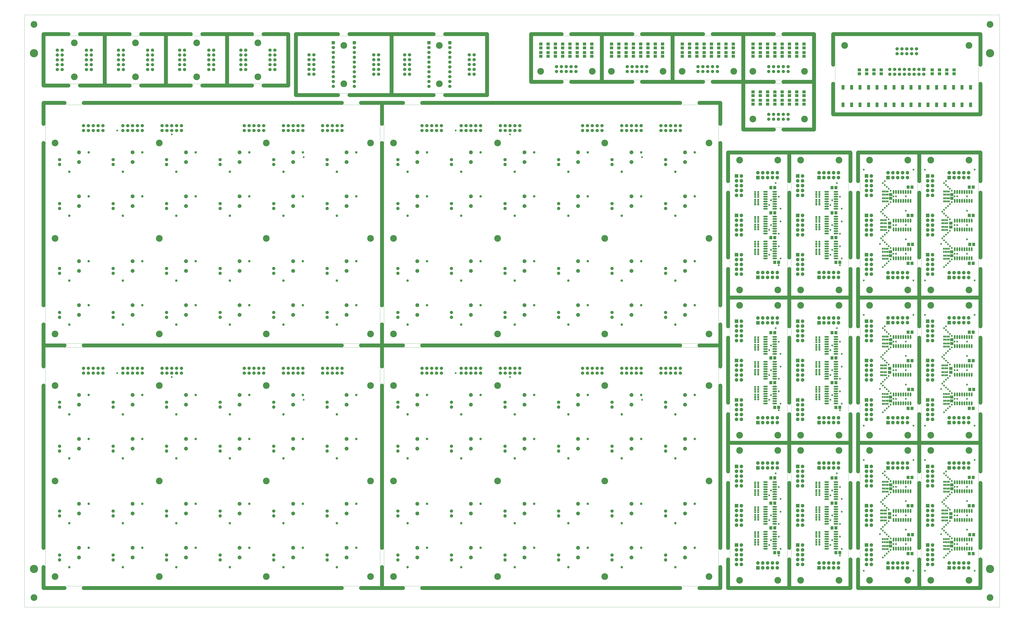
<source format=gts>
%FSLAX44Y44*%
%MOMM*%
G71*
G01*
G75*
G04 Layer_Color=8388736*
%ADD10C,0.1000*%
%ADD11C,2.0000*%
%ADD12C,1.5000*%
%ADD13R,1.5000X1.4000*%
%ADD14C,0.3048*%
%ADD15C,0.6350*%
%ADD16C,0.4064*%
%ADD17O,0.6000X1.9000*%
G04:AMPARAMS|DCode=18|XSize=0.64mm|YSize=0.8mm|CornerRadius=0.064mm|HoleSize=0mm|Usage=FLASHONLY|Rotation=180.000|XOffset=0mm|YOffset=0mm|HoleType=Round|Shape=RoundedRectangle|*
%AMROUNDEDRECTD18*
21,1,0.6400,0.6720,0,0,180.0*
21,1,0.5120,0.8000,0,0,180.0*
1,1,0.1280,-0.2560,0.3360*
1,1,0.1280,0.2560,0.3360*
1,1,0.1280,0.2560,-0.3360*
1,1,0.1280,-0.2560,-0.3360*
%
%ADD18ROUNDEDRECTD18*%
G04:AMPARAMS|DCode=19|XSize=0.44mm|YSize=0.8mm|CornerRadius=0.044mm|HoleSize=0mm|Usage=FLASHONLY|Rotation=180.000|XOffset=0mm|YOffset=0mm|HoleType=Round|Shape=RoundedRectangle|*
%AMROUNDEDRECTD19*
21,1,0.4400,0.7120,0,0,180.0*
21,1,0.3520,0.8000,0,0,180.0*
1,1,0.0880,-0.1760,0.3560*
1,1,0.0880,0.1760,0.3560*
1,1,0.0880,0.1760,-0.3560*
1,1,0.0880,-0.1760,-0.3560*
%
%ADD19ROUNDEDRECTD19*%
%ADD20R,1.4000X1.5000*%
%ADD21C,0.2540*%
%ADD22C,1.0160*%
%ADD23C,0.5080*%
%ADD24C,0.7620*%
G04:AMPARAMS|DCode=25|XSize=0.64mm|YSize=0.8mm|CornerRadius=0.064mm|HoleSize=0mm|Usage=FLASHONLY|Rotation=90.000|XOffset=0mm|YOffset=0mm|HoleType=Round|Shape=RoundedRectangle|*
%AMROUNDEDRECTD25*
21,1,0.6400,0.6720,0,0,90.0*
21,1,0.5120,0.8000,0,0,90.0*
1,1,0.1280,0.3360,0.2560*
1,1,0.1280,0.3360,-0.2560*
1,1,0.1280,-0.3360,-0.2560*
1,1,0.1280,-0.3360,0.2560*
%
%ADD25ROUNDEDRECTD25*%
G04:AMPARAMS|DCode=26|XSize=0.44mm|YSize=0.8mm|CornerRadius=0.044mm|HoleSize=0mm|Usage=FLASHONLY|Rotation=90.000|XOffset=0mm|YOffset=0mm|HoleType=Round|Shape=RoundedRectangle|*
%AMROUNDEDRECTD26*
21,1,0.4400,0.7120,0,0,90.0*
21,1,0.3520,0.8000,0,0,90.0*
1,1,0.0880,0.3560,0.1760*
1,1,0.0880,0.3560,-0.1760*
1,1,0.0880,-0.3560,-0.1760*
1,1,0.0880,-0.3560,0.1760*
%
%ADD26ROUNDEDRECTD26*%
%ADD27O,2.2000X0.6000*%
%ADD28C,1.2700*%
G04:AMPARAMS|DCode=29|XSize=2.1mm|YSize=1.4mm|CornerRadius=0.14mm|HoleSize=0mm|Usage=FLASHONLY|Rotation=90.000|XOffset=0mm|YOffset=0mm|HoleType=Round|Shape=RoundedRectangle|*
%AMROUNDEDRECTD29*
21,1,2.1000,1.1200,0,0,90.0*
21,1,1.8200,1.4000,0,0,90.0*
1,1,0.2800,0.5600,0.9100*
1,1,0.2800,0.5600,-0.9100*
1,1,0.2800,-0.5600,-0.9100*
1,1,0.2800,-0.5600,0.9100*
%
%ADD29ROUNDEDRECTD29*%
%ADD30C,3.3000*%
%ADD31R,1.5000X1.5000*%
%ADD32C,1.6500*%
%ADD33R,1.6500X1.6500*%
%ADD34R,1.6500X1.6500*%
%ADD35C,0.7620*%
%ADD36C,1.8000*%
%ADD37C,1.1000*%
%ADD38O,1.5500X1.5000*%
%ADD39R,1.5000X1.5000*%
%ADD40C,0.2000*%
%ADD41C,0.1500*%
%ADD42C,0.2500*%
%ADD43C,0.1200*%
%ADD44C,0.1400*%
%ADD45R,4.1000X1.9000*%
%ADD46R,1.9000X4.1000*%
%ADD47C,0.1800*%
%ADD48C,4.3000*%
%ADD49R,1.7032X1.6032*%
%ADD50O,0.8032X2.1032*%
G04:AMPARAMS|DCode=51|XSize=0.8432mm|YSize=1.0032mm|CornerRadius=0.1656mm|HoleSize=0mm|Usage=FLASHONLY|Rotation=180.000|XOffset=0mm|YOffset=0mm|HoleType=Round|Shape=RoundedRectangle|*
%AMROUNDEDRECTD51*
21,1,0.8432,0.6720,0,0,180.0*
21,1,0.5120,1.0032,0,0,180.0*
1,1,0.3312,-0.2560,0.3360*
1,1,0.3312,0.2560,0.3360*
1,1,0.3312,0.2560,-0.3360*
1,1,0.3312,-0.2560,-0.3360*
%
%ADD51ROUNDEDRECTD51*%
G04:AMPARAMS|DCode=52|XSize=0.6432mm|YSize=1.0032mm|CornerRadius=0.1456mm|HoleSize=0mm|Usage=FLASHONLY|Rotation=180.000|XOffset=0mm|YOffset=0mm|HoleType=Round|Shape=RoundedRectangle|*
%AMROUNDEDRECTD52*
21,1,0.6432,0.7120,0,0,180.0*
21,1,0.3520,1.0032,0,0,180.0*
1,1,0.2912,-0.1760,0.3560*
1,1,0.2912,0.1760,0.3560*
1,1,0.2912,0.1760,-0.3560*
1,1,0.2912,-0.1760,-0.3560*
%
%ADD52ROUNDEDRECTD52*%
%ADD53R,1.6032X1.7032*%
G04:AMPARAMS|DCode=54|XSize=0.8432mm|YSize=1.0032mm|CornerRadius=0.1656mm|HoleSize=0mm|Usage=FLASHONLY|Rotation=90.000|XOffset=0mm|YOffset=0mm|HoleType=Round|Shape=RoundedRectangle|*
%AMROUNDEDRECTD54*
21,1,0.8432,0.6720,0,0,90.0*
21,1,0.5120,1.0032,0,0,90.0*
1,1,0.3312,0.3360,0.2560*
1,1,0.3312,0.3360,-0.2560*
1,1,0.3312,-0.3360,-0.2560*
1,1,0.3312,-0.3360,0.2560*
%
%ADD54ROUNDEDRECTD54*%
G04:AMPARAMS|DCode=55|XSize=0.6432mm|YSize=1.0032mm|CornerRadius=0.1456mm|HoleSize=0mm|Usage=FLASHONLY|Rotation=90.000|XOffset=0mm|YOffset=0mm|HoleType=Round|Shape=RoundedRectangle|*
%AMROUNDEDRECTD55*
21,1,0.6432,0.7120,0,0,90.0*
21,1,0.3520,1.0032,0,0,90.0*
1,1,0.2912,0.3560,0.1760*
1,1,0.2912,0.3560,-0.1760*
1,1,0.2912,-0.3560,-0.1760*
1,1,0.2912,-0.3560,0.1760*
%
%ADD55ROUNDEDRECTD55*%
%ADD56O,2.4032X0.8032*%
G04:AMPARAMS|DCode=57|XSize=2.3032mm|YSize=1.6032mm|CornerRadius=0.2416mm|HoleSize=0mm|Usage=FLASHONLY|Rotation=90.000|XOffset=0mm|YOffset=0mm|HoleType=Round|Shape=RoundedRectangle|*
%AMROUNDEDRECTD57*
21,1,2.3032,1.1200,0,0,90.0*
21,1,1.8200,1.6032,0,0,90.0*
1,1,0.4832,0.5600,0.9100*
1,1,0.4832,0.5600,-0.9100*
1,1,0.4832,-0.5600,-0.9100*
1,1,0.4832,-0.5600,0.9100*
%
%ADD57ROUNDEDRECTD57*%
%ADD58C,3.5032*%
%ADD59C,1.7032*%
%ADD60R,1.7032X1.7032*%
%ADD61C,1.8532*%
%ADD62R,1.8532X1.8532*%
%ADD63R,1.8532X1.8532*%
%ADD64C,0.9652*%
%ADD65C,2.0032*%
%ADD66C,1.3032*%
%ADD67O,1.7532X1.7032*%
%ADD68R,1.7032X1.7032*%
D10*
X0Y0D02*
Y3100000D01*
X5100000D01*
Y0D02*
Y3100000D01*
X0Y0D02*
X5100000D01*
X110000Y210000D02*
Y310000D01*
X210000Y110000D02*
X310000D01*
X110000Y1160000D02*
Y1260000D01*
X210000Y1360000D02*
X310000D01*
X1660000D02*
X1760000D01*
X1860000Y1160000D02*
Y1260000D01*
Y210000D02*
Y310000D01*
X1660000Y110000D02*
X1760000D01*
X1660000Y1380000D02*
X1760000D01*
X1860000Y1480000D02*
Y1580000D01*
Y2430000D02*
Y2530000D01*
X1660000Y2630000D02*
X1760000D01*
X210000D02*
X310000D01*
X110000Y2430000D02*
Y2530000D01*
X210000Y1380000D02*
X310000D01*
X110000Y1480000D02*
Y1580000D01*
X3430000Y1380000D02*
X3530000D01*
X3630000Y1480000D02*
Y1580000D01*
Y2430000D02*
Y2530000D01*
X3430000Y2630000D02*
X3530000D01*
X1980000D02*
X2080000D01*
X1880000Y2430000D02*
Y2530000D01*
X1980000Y1380000D02*
X2080000D01*
X1880000Y1480000D02*
Y1580000D01*
X3430000Y110000D02*
X3530000D01*
X3630000Y210000D02*
Y310000D01*
Y1160000D02*
Y1260000D01*
X3430000Y1360000D02*
X3530000D01*
X1980000D02*
X2080000D01*
X1880000Y1160000D02*
Y1260000D01*
X1980000Y110000D02*
X2080000D01*
X1880000Y210000D02*
Y310000D01*
X230000Y2990000D02*
X290000D01*
X230000Y2740000D02*
X290000D01*
X550000D02*
X610000D01*
X550000Y2990000D02*
X610000D01*
X870000Y2740000D02*
X930000D01*
X870000Y2990000D02*
X930000D01*
X1190000Y2740000D02*
X1250000D01*
X1190000Y2990000D02*
X1250000D01*
X1640000D02*
X1700000D01*
X1640000Y2690000D02*
X1700000D01*
X2140000Y2990000D02*
X2200000D01*
X2140000Y2690000D02*
X2200000D01*
X3690000Y250000D02*
Y310000D01*
Y650000D02*
Y710000D01*
X3990000Y650000D02*
Y710000D01*
Y250000D02*
Y310000D01*
X4010000Y650000D02*
Y710000D01*
Y250000D02*
Y310000D01*
X4310000Y650000D02*
Y710000D01*
Y250000D02*
Y310000D01*
X4990000Y250000D02*
Y310000D01*
Y650000D02*
Y710000D01*
X4690000Y250000D02*
Y310000D01*
Y650000D02*
Y710000D01*
X4670000Y250000D02*
Y310000D01*
Y650000D02*
Y710000D01*
X4370000Y650000D02*
Y710000D01*
Y250000D02*
Y310000D01*
X4310000Y1010000D02*
Y1070000D01*
Y1410000D02*
Y1470000D01*
X4010000Y1010000D02*
Y1070000D01*
Y1410000D02*
Y1470000D01*
X3990000Y1010000D02*
Y1070000D01*
Y1410000D02*
Y1470000D01*
X3690000Y1410000D02*
Y1470000D01*
Y1010000D02*
Y1070000D01*
X4990000Y1010000D02*
Y1070000D01*
Y1410000D02*
Y1470000D01*
X4690000Y1010000D02*
Y1070000D01*
Y1410000D02*
Y1470000D01*
X4670000Y1010000D02*
Y1070000D01*
Y1410000D02*
Y1470000D01*
X4370000Y1410000D02*
Y1470000D01*
Y1010000D02*
Y1070000D01*
X4310000Y1770000D02*
Y1830000D01*
Y2170000D02*
Y2230000D01*
X4010000Y1770000D02*
Y1830000D01*
Y2170000D02*
Y2230000D01*
X3990000Y1770000D02*
Y1830000D01*
Y2170000D02*
Y2230000D01*
X3690000Y2170000D02*
Y2230000D01*
Y1770000D02*
Y1830000D01*
X4990000Y1770000D02*
Y1830000D01*
Y2170000D02*
Y2230000D01*
X4690000Y1770000D02*
Y1830000D01*
Y2170000D02*
Y2230000D01*
X4670000Y1770000D02*
Y1830000D01*
Y2170000D02*
Y2230000D01*
X4370000Y2170000D02*
Y2230000D01*
Y1770000D02*
Y1830000D01*
X4990000Y2740000D02*
Y2840000D01*
X4240000Y2740000D02*
Y2840000D01*
X2805000Y2760000D02*
X2865000D01*
X2805000Y2990000D02*
X2865000D01*
X3175000D02*
X3235000D01*
X3175000Y2760000D02*
X3235000D01*
X3545000Y2990000D02*
X3605000D01*
X3545000Y2760000D02*
X3605000D01*
X3915000Y2990000D02*
X3975000D01*
X3915000Y2760000D02*
X3975000D01*
X3915000Y2740000D02*
X3975000D01*
X3915000Y2510000D02*
X3975000D01*
D11*
X3530000Y1370000D02*
X3640000D01*
X100000Y100000D02*
X210000D01*
X100000D02*
Y210000D01*
Y1370000D02*
X210000D01*
X310000Y100000D02*
X1660000D01*
X1760000D02*
X1980000D01*
X2080000D02*
X3430000D01*
X3530000D02*
X3640000D01*
Y210000D01*
Y310000D02*
Y1160000D01*
Y1260000D02*
Y1480000D01*
Y1580000D02*
Y2430000D01*
X1870000Y1580000D02*
Y2430000D01*
Y1260000D02*
Y1480000D01*
Y310000D02*
Y1160000D01*
X100000Y1580000D02*
Y2430000D01*
Y1260000D02*
Y1480000D01*
Y310000D02*
Y1160000D01*
X2080000Y1370000D02*
X3430000D01*
X1760000D02*
X1980000D01*
X310000D02*
X1660000D01*
X1870000Y100000D02*
Y210000D01*
X5000000Y100000D02*
Y250000D01*
Y310000D02*
Y650000D01*
Y710000D02*
Y1010000D01*
Y1070000D02*
Y1410000D01*
Y1470000D02*
Y1770000D01*
Y1830000D02*
Y2170000D01*
Y2230000D02*
Y2380000D01*
X4680000Y2230000D02*
Y2380000D01*
Y1830000D02*
Y2170000D01*
Y1470000D02*
Y1770000D01*
Y1070000D02*
Y1410000D01*
Y710000D02*
Y1010000D01*
Y310000D02*
Y650000D01*
X4360000Y2230000D02*
Y2380000D01*
Y1830000D02*
Y2170000D01*
Y1470000D02*
Y1770000D01*
Y1070000D02*
Y1410000D01*
Y710000D02*
Y1010000D01*
Y310000D02*
Y650000D01*
Y100000D02*
Y250000D01*
X4320000Y2230000D02*
Y2380000D01*
Y1830000D02*
Y2170000D01*
Y1470000D02*
Y1770000D01*
Y1070000D02*
Y1410000D01*
Y710000D02*
Y1010000D01*
Y310000D02*
Y650000D01*
Y100000D02*
Y250000D01*
X4000000Y2230000D02*
Y2380000D01*
Y1830000D02*
Y2170000D01*
Y1470000D02*
Y1770000D01*
Y1070000D02*
Y1410000D01*
Y710000D02*
Y1010000D01*
Y310000D02*
Y650000D01*
X3680000Y2230000D02*
Y2380000D01*
Y1830000D02*
Y2170000D01*
Y1470000D02*
Y1770000D01*
Y1070000D02*
Y1410000D01*
Y710000D02*
Y1010000D01*
Y310000D02*
Y650000D01*
Y100000D02*
Y250000D01*
Y1620000D02*
X4320000D01*
X4360000D02*
X5000000D01*
X3680000Y860000D02*
X4320000D01*
X4360000D02*
X5000000D01*
X310000Y2640000D02*
X1660000D01*
X1760000D02*
X1980000D01*
X2080000D02*
X3430000D01*
X1870000Y2530000D02*
Y2640000D01*
X100000D02*
X210000D01*
X100000Y2530000D02*
Y2640000D01*
X3640000Y2530000D02*
Y2640000D01*
X3530000D02*
X3640000D01*
X100000Y2730000D02*
Y3000000D01*
X230000D01*
X100000Y2730000D02*
X230000D01*
X420000D02*
Y3000000D01*
X290000D02*
X550000D01*
X290000Y2730000D02*
X550000D01*
X610000D02*
X870000D01*
X610000Y3000000D02*
X870000D01*
X740000Y2730000D02*
Y3000000D01*
X930000Y2730000D02*
X1190000D01*
X930000Y3000000D02*
X1190000D01*
X1060000Y2730000D02*
Y3000000D01*
X1250000D02*
X1380000D01*
X1250000Y2730000D02*
X1380000D01*
Y3000000D01*
X1420000Y2680000D02*
Y3000000D01*
Y2680000D02*
X1640000D01*
X1700000D02*
X2140000D01*
X2200000D02*
X2420000D01*
Y3000000D01*
X2200000D02*
X2420000D01*
X1700000D02*
X2140000D01*
X1420000D02*
X1640000D01*
X1920000Y2680000D02*
Y3000000D01*
X2650000D02*
X2810000D01*
X2650000Y2750000D02*
Y3000000D01*
Y2750000D02*
X2810000D01*
X2860000D02*
X3180000D01*
X3230000D02*
X3550000D01*
X3600000D02*
X3920000D01*
X3970000D02*
X4130000D01*
X3970000Y3000000D02*
X4130000D01*
Y2500000D02*
Y3000000D01*
X3970000Y2500000D02*
X4130000D01*
X3760000D02*
X3920000D01*
X3760000D02*
Y3000000D01*
X3600000D02*
X3920000D01*
X3230000D02*
X3550000D01*
X2860000D02*
X3180000D01*
X3020000Y2750000D02*
Y3000000D01*
X3390000Y2750000D02*
Y3000000D01*
X4230000D02*
X5000000D01*
Y2840000D02*
Y3000000D01*
Y2580000D02*
Y2740000D01*
X4230000Y2580000D02*
X5000000D01*
X4230000D02*
Y2740000D01*
Y2840000D02*
Y3000000D01*
X4000000Y100000D02*
Y250000D01*
X4680000Y100000D02*
Y250000D01*
X3680000Y100000D02*
X4320000D01*
X4360000D02*
X5000000D01*
X3680000Y2380000D02*
X4320000D01*
X4360000D02*
X5000000D01*
D48*
X5050000Y2900000D02*
D03*
X50000D02*
D03*
Y200000D02*
D03*
X5050000D02*
D03*
D49*
X4001000Y2927750D02*
D03*
Y2947750D02*
D03*
X3962900Y2927750D02*
D03*
Y2947750D02*
D03*
X3924800Y2927750D02*
D03*
Y2947750D02*
D03*
X3886700Y2927750D02*
D03*
Y2947750D02*
D03*
X3848600Y2927750D02*
D03*
Y2947750D02*
D03*
X3810500Y2927750D02*
D03*
Y2947750D02*
D03*
X4039100Y2927750D02*
D03*
Y2947750D02*
D03*
X4077200Y2927750D02*
D03*
Y2947750D02*
D03*
X3848600Y2903300D02*
D03*
Y2883300D02*
D03*
X3810500D02*
D03*
Y2903300D02*
D03*
X3924800D02*
D03*
Y2883300D02*
D03*
X3886700D02*
D03*
Y2903300D02*
D03*
X4001000D02*
D03*
Y2883300D02*
D03*
X3962900D02*
D03*
Y2903300D02*
D03*
X4077200D02*
D03*
Y2883300D02*
D03*
X4039100D02*
D03*
Y2903300D02*
D03*
X3631000Y2927750D02*
D03*
Y2947750D02*
D03*
X3592900Y2927750D02*
D03*
Y2947750D02*
D03*
X3554800Y2927750D02*
D03*
Y2947750D02*
D03*
X3516700Y2927750D02*
D03*
Y2947750D02*
D03*
X3478600Y2927750D02*
D03*
Y2947750D02*
D03*
X3440500Y2927750D02*
D03*
Y2947750D02*
D03*
X3669100Y2927750D02*
D03*
Y2947750D02*
D03*
X3707200Y2927750D02*
D03*
Y2947750D02*
D03*
X3478600Y2903300D02*
D03*
Y2883300D02*
D03*
X3440500D02*
D03*
Y2903300D02*
D03*
X3554800D02*
D03*
Y2883300D02*
D03*
X3516700D02*
D03*
Y2903300D02*
D03*
X3631000D02*
D03*
Y2883300D02*
D03*
X3592900D02*
D03*
Y2903300D02*
D03*
X3707200D02*
D03*
Y2883300D02*
D03*
X3669100D02*
D03*
Y2903300D02*
D03*
X3261000Y2927750D02*
D03*
Y2947750D02*
D03*
X3222900Y2927750D02*
D03*
Y2947750D02*
D03*
X3184800Y2927750D02*
D03*
Y2947750D02*
D03*
X3146700Y2927750D02*
D03*
Y2947750D02*
D03*
X3108600Y2927750D02*
D03*
Y2947750D02*
D03*
X3070500Y2927750D02*
D03*
Y2947750D02*
D03*
X3299100Y2927750D02*
D03*
Y2947750D02*
D03*
X3337200Y2927750D02*
D03*
Y2947750D02*
D03*
X3108600Y2903300D02*
D03*
Y2883300D02*
D03*
X3070500D02*
D03*
Y2903300D02*
D03*
X3184800D02*
D03*
Y2883300D02*
D03*
X3146700D02*
D03*
Y2903300D02*
D03*
X3261000D02*
D03*
Y2883300D02*
D03*
X3222900D02*
D03*
Y2903300D02*
D03*
X3337200D02*
D03*
Y2883300D02*
D03*
X3299100D02*
D03*
Y2903300D02*
D03*
X2891000Y2927750D02*
D03*
Y2947750D02*
D03*
X2852900Y2927750D02*
D03*
Y2947750D02*
D03*
X2814800Y2927750D02*
D03*
Y2947750D02*
D03*
X2776700Y2927750D02*
D03*
Y2947750D02*
D03*
X2738600Y2927750D02*
D03*
Y2947750D02*
D03*
X2700500Y2927750D02*
D03*
Y2947750D02*
D03*
X2929100Y2927750D02*
D03*
Y2947750D02*
D03*
X2967200Y2927750D02*
D03*
Y2947750D02*
D03*
X2738600Y2903300D02*
D03*
Y2883300D02*
D03*
X2700500D02*
D03*
Y2903300D02*
D03*
X2814800D02*
D03*
Y2883300D02*
D03*
X2776700D02*
D03*
Y2903300D02*
D03*
X2891000D02*
D03*
Y2883300D02*
D03*
X2852900D02*
D03*
Y2903300D02*
D03*
X2967200D02*
D03*
Y2883300D02*
D03*
X2929100D02*
D03*
Y2903300D02*
D03*
X4849792Y339710D02*
D03*
Y319710D02*
D03*
X4845220Y489570D02*
D03*
Y469570D02*
D03*
X4850046Y639938D02*
D03*
Y619938D02*
D03*
X4849792Y1099710D02*
D03*
Y1079710D02*
D03*
X4845220Y1249570D02*
D03*
Y1229570D02*
D03*
X4850046Y1399938D02*
D03*
Y1379938D02*
D03*
X4849792Y1859710D02*
D03*
Y1839710D02*
D03*
X4845220Y2009570D02*
D03*
Y1989570D02*
D03*
X4850046Y2159938D02*
D03*
Y2139938D02*
D03*
X4529792Y339710D02*
D03*
Y319710D02*
D03*
X4525220Y489570D02*
D03*
Y469570D02*
D03*
X4530046Y639938D02*
D03*
Y619938D02*
D03*
X4529792Y1099710D02*
D03*
Y1079710D02*
D03*
X4525220Y1249570D02*
D03*
Y1229570D02*
D03*
X4530046Y1399938D02*
D03*
Y1379938D02*
D03*
X4529792Y1859710D02*
D03*
Y1839710D02*
D03*
X4525220Y2009570D02*
D03*
Y1989570D02*
D03*
X4530046Y2159938D02*
D03*
Y2139938D02*
D03*
X4748300Y2812200D02*
D03*
Y2792200D02*
D03*
X4786400Y2812200D02*
D03*
Y2792200D02*
D03*
X4824500Y2812200D02*
D03*
Y2792200D02*
D03*
X4862600Y2812200D02*
D03*
Y2792200D02*
D03*
X4367300Y2812200D02*
D03*
Y2792200D02*
D03*
X4405400Y2812200D02*
D03*
Y2792200D02*
D03*
X4443500Y2812200D02*
D03*
Y2792200D02*
D03*
X4481600Y2812200D02*
D03*
Y2792200D02*
D03*
X4001000Y2677750D02*
D03*
Y2697750D02*
D03*
X3962900Y2677750D02*
D03*
Y2697750D02*
D03*
X3924800Y2677750D02*
D03*
Y2697750D02*
D03*
X3886700Y2677750D02*
D03*
Y2697750D02*
D03*
X3848600Y2677750D02*
D03*
Y2697750D02*
D03*
X3810500Y2677750D02*
D03*
Y2697750D02*
D03*
X4039100Y2677750D02*
D03*
Y2697750D02*
D03*
X4077200Y2677750D02*
D03*
Y2697750D02*
D03*
X3848600Y2653300D02*
D03*
Y2633300D02*
D03*
X3810500D02*
D03*
Y2653300D02*
D03*
X3924800D02*
D03*
Y2633300D02*
D03*
X3886700D02*
D03*
Y2653300D02*
D03*
X4001000D02*
D03*
Y2633300D02*
D03*
X3962900D02*
D03*
Y2653300D02*
D03*
X4077200D02*
D03*
Y2633300D02*
D03*
X4039100D02*
D03*
Y2653300D02*
D03*
D50*
X4878250Y653500D02*
D03*
X4890950D02*
D03*
X4865550D02*
D03*
X4916350D02*
D03*
X4903650D02*
D03*
X4929050D02*
D03*
X4954450D02*
D03*
X4941750D02*
D03*
X4878250Y606500D02*
D03*
X4865550D02*
D03*
X4890950D02*
D03*
X4916350D02*
D03*
X4903650D02*
D03*
X4941750D02*
D03*
X4954450D02*
D03*
X4929050D02*
D03*
X4878250Y353500D02*
D03*
X4890950D02*
D03*
X4865550D02*
D03*
X4916350D02*
D03*
X4903650D02*
D03*
X4929050D02*
D03*
X4954450D02*
D03*
X4941750D02*
D03*
X4878250Y306500D02*
D03*
X4865550D02*
D03*
X4890950D02*
D03*
X4916350D02*
D03*
X4903650D02*
D03*
X4941750D02*
D03*
X4954450D02*
D03*
X4929050D02*
D03*
X4878250Y503500D02*
D03*
X4890950D02*
D03*
X4865550D02*
D03*
X4916350D02*
D03*
X4903650D02*
D03*
X4929050D02*
D03*
X4954450D02*
D03*
X4941750D02*
D03*
X4878250Y456500D02*
D03*
X4865550D02*
D03*
X4890950D02*
D03*
X4916350D02*
D03*
X4903650D02*
D03*
X4941750D02*
D03*
X4954450D02*
D03*
X4929050D02*
D03*
X4878250Y1413500D02*
D03*
X4890950D02*
D03*
X4865550D02*
D03*
X4916350D02*
D03*
X4903650D02*
D03*
X4929050D02*
D03*
X4954450D02*
D03*
X4941750D02*
D03*
X4878250Y1366500D02*
D03*
X4865550D02*
D03*
X4890950D02*
D03*
X4916350D02*
D03*
X4903650D02*
D03*
X4941750D02*
D03*
X4954450D02*
D03*
X4929050D02*
D03*
X4878250Y1113500D02*
D03*
X4890950D02*
D03*
X4865550D02*
D03*
X4916350D02*
D03*
X4903650D02*
D03*
X4929050D02*
D03*
X4954450D02*
D03*
X4941750D02*
D03*
X4878250Y1066500D02*
D03*
X4865550D02*
D03*
X4890950D02*
D03*
X4916350D02*
D03*
X4903650D02*
D03*
X4941750D02*
D03*
X4954450D02*
D03*
X4929050D02*
D03*
X4878250Y1263500D02*
D03*
X4890950D02*
D03*
X4865550D02*
D03*
X4916350D02*
D03*
X4903650D02*
D03*
X4929050D02*
D03*
X4954450D02*
D03*
X4941750D02*
D03*
X4878250Y1216500D02*
D03*
X4865550D02*
D03*
X4890950D02*
D03*
X4916350D02*
D03*
X4903650D02*
D03*
X4941750D02*
D03*
X4954450D02*
D03*
X4929050D02*
D03*
X4878250Y2173500D02*
D03*
X4890950D02*
D03*
X4865550D02*
D03*
X4916350D02*
D03*
X4903650D02*
D03*
X4929050D02*
D03*
X4954450D02*
D03*
X4941750D02*
D03*
X4878250Y2126500D02*
D03*
X4865550D02*
D03*
X4890950D02*
D03*
X4916350D02*
D03*
X4903650D02*
D03*
X4941750D02*
D03*
X4954450D02*
D03*
X4929050D02*
D03*
X4878250Y1873500D02*
D03*
X4890950D02*
D03*
X4865550D02*
D03*
X4916350D02*
D03*
X4903650D02*
D03*
X4929050D02*
D03*
X4954450D02*
D03*
X4941750D02*
D03*
X4878250Y1826500D02*
D03*
X4865550D02*
D03*
X4890950D02*
D03*
X4916350D02*
D03*
X4903650D02*
D03*
X4941750D02*
D03*
X4954450D02*
D03*
X4929050D02*
D03*
X4878250Y2023500D02*
D03*
X4890950D02*
D03*
X4865550D02*
D03*
X4916350D02*
D03*
X4903650D02*
D03*
X4929050D02*
D03*
X4954450D02*
D03*
X4941750D02*
D03*
X4878250Y1976500D02*
D03*
X4865550D02*
D03*
X4890950D02*
D03*
X4916350D02*
D03*
X4903650D02*
D03*
X4941750D02*
D03*
X4954450D02*
D03*
X4929050D02*
D03*
X4558250Y653500D02*
D03*
X4570950D02*
D03*
X4545550D02*
D03*
X4596350D02*
D03*
X4583650D02*
D03*
X4609050D02*
D03*
X4634450D02*
D03*
X4621750D02*
D03*
X4558250Y606500D02*
D03*
X4545550D02*
D03*
X4570950D02*
D03*
X4596350D02*
D03*
X4583650D02*
D03*
X4621750D02*
D03*
X4634450D02*
D03*
X4609050D02*
D03*
X4558250Y353500D02*
D03*
X4570950D02*
D03*
X4545550D02*
D03*
X4596350D02*
D03*
X4583650D02*
D03*
X4609050D02*
D03*
X4634450D02*
D03*
X4621750D02*
D03*
X4558250Y306500D02*
D03*
X4545550D02*
D03*
X4570950D02*
D03*
X4596350D02*
D03*
X4583650D02*
D03*
X4621750D02*
D03*
X4634450D02*
D03*
X4609050D02*
D03*
X4558250Y503500D02*
D03*
X4570950D02*
D03*
X4545550D02*
D03*
X4596350D02*
D03*
X4583650D02*
D03*
X4609050D02*
D03*
X4634450D02*
D03*
X4621750D02*
D03*
X4558250Y456500D02*
D03*
X4545550D02*
D03*
X4570950D02*
D03*
X4596350D02*
D03*
X4583650D02*
D03*
X4621750D02*
D03*
X4634450D02*
D03*
X4609050D02*
D03*
X4558250Y1413500D02*
D03*
X4570950D02*
D03*
X4545550D02*
D03*
X4596350D02*
D03*
X4583650D02*
D03*
X4609050D02*
D03*
X4634450D02*
D03*
X4621750D02*
D03*
X4558250Y1366500D02*
D03*
X4545550D02*
D03*
X4570950D02*
D03*
X4596350D02*
D03*
X4583650D02*
D03*
X4621750D02*
D03*
X4634450D02*
D03*
X4609050D02*
D03*
X4558250Y1113500D02*
D03*
X4570950D02*
D03*
X4545550D02*
D03*
X4596350D02*
D03*
X4583650D02*
D03*
X4609050D02*
D03*
X4634450D02*
D03*
X4621750D02*
D03*
X4558250Y1066500D02*
D03*
X4545550D02*
D03*
X4570950D02*
D03*
X4596350D02*
D03*
X4583650D02*
D03*
X4621750D02*
D03*
X4634450D02*
D03*
X4609050D02*
D03*
X4558250Y1263500D02*
D03*
X4570950D02*
D03*
X4545550D02*
D03*
X4596350D02*
D03*
X4583650D02*
D03*
X4609050D02*
D03*
X4634450D02*
D03*
X4621750D02*
D03*
X4558250Y1216500D02*
D03*
X4545550D02*
D03*
X4570950D02*
D03*
X4596350D02*
D03*
X4583650D02*
D03*
X4621750D02*
D03*
X4634450D02*
D03*
X4609050D02*
D03*
X4558250Y2173500D02*
D03*
X4570950D02*
D03*
X4545550D02*
D03*
X4596350D02*
D03*
X4583650D02*
D03*
X4609050D02*
D03*
X4634450D02*
D03*
X4621750D02*
D03*
X4558250Y2126500D02*
D03*
X4545550D02*
D03*
X4570950D02*
D03*
X4596350D02*
D03*
X4583650D02*
D03*
X4621750D02*
D03*
X4634450D02*
D03*
X4609050D02*
D03*
X4558250Y1873500D02*
D03*
X4570950D02*
D03*
X4545550D02*
D03*
X4596350D02*
D03*
X4583650D02*
D03*
X4609050D02*
D03*
X4634450D02*
D03*
X4621750D02*
D03*
X4558250Y1826500D02*
D03*
X4545550D02*
D03*
X4570950D02*
D03*
X4596350D02*
D03*
X4583650D02*
D03*
X4621750D02*
D03*
X4634450D02*
D03*
X4609050D02*
D03*
X4558250Y2023500D02*
D03*
X4570950D02*
D03*
X4545550D02*
D03*
X4596350D02*
D03*
X4583650D02*
D03*
X4609050D02*
D03*
X4634450D02*
D03*
X4621750D02*
D03*
X4558250Y1976500D02*
D03*
X4545550D02*
D03*
X4570950D02*
D03*
X4596350D02*
D03*
X4583650D02*
D03*
X4621750D02*
D03*
X4634450D02*
D03*
X4609050D02*
D03*
D51*
X4835360Y620158D02*
D03*
X4809360D02*
D03*
X4835360Y604158D02*
D03*
X4809360D02*
D03*
Y639972D02*
D03*
X4835360D02*
D03*
X4809360Y655972D02*
D03*
X4835360D02*
D03*
X4826000Y470000D02*
D03*
X4800000D02*
D03*
X4826000Y454000D02*
D03*
X4800000D02*
D03*
Y490000D02*
D03*
X4826000D02*
D03*
X4800000Y506000D02*
D03*
X4826000D02*
D03*
X4835492Y320000D02*
D03*
X4809492D02*
D03*
X4835492Y304000D02*
D03*
X4809492D02*
D03*
X4809238Y340000D02*
D03*
X4835238D02*
D03*
X4809238Y356000D02*
D03*
X4835238D02*
D03*
X4835360Y1380158D02*
D03*
X4809360D02*
D03*
X4835360Y1364158D02*
D03*
X4809360D02*
D03*
Y1399972D02*
D03*
X4835360D02*
D03*
X4809360Y1415972D02*
D03*
X4835360D02*
D03*
X4826000Y1230000D02*
D03*
X4800000D02*
D03*
X4826000Y1214000D02*
D03*
X4800000D02*
D03*
Y1250000D02*
D03*
X4826000D02*
D03*
X4800000Y1266000D02*
D03*
X4826000D02*
D03*
X4835492Y1080000D02*
D03*
X4809492D02*
D03*
X4835492Y1064000D02*
D03*
X4809492D02*
D03*
X4809238Y1100000D02*
D03*
X4835238D02*
D03*
X4809238Y1116000D02*
D03*
X4835238D02*
D03*
X4835360Y2140158D02*
D03*
X4809360D02*
D03*
X4835360Y2124158D02*
D03*
X4809360D02*
D03*
Y2159972D02*
D03*
X4835360D02*
D03*
X4809360Y2175972D02*
D03*
X4835360D02*
D03*
X4826000Y1990000D02*
D03*
X4800000D02*
D03*
X4826000Y1974000D02*
D03*
X4800000D02*
D03*
Y2010000D02*
D03*
X4826000D02*
D03*
X4800000Y2026000D02*
D03*
X4826000D02*
D03*
X4835492Y1840000D02*
D03*
X4809492D02*
D03*
X4835492Y1824000D02*
D03*
X4809492D02*
D03*
X4809238Y1860000D02*
D03*
X4835238D02*
D03*
X4809238Y1876000D02*
D03*
X4835238D02*
D03*
X4515360Y620158D02*
D03*
X4489360D02*
D03*
X4515360Y604158D02*
D03*
X4489360D02*
D03*
Y639972D02*
D03*
X4515360D02*
D03*
X4489360Y655972D02*
D03*
X4515360D02*
D03*
X4506000Y470000D02*
D03*
X4480000D02*
D03*
X4506000Y454000D02*
D03*
X4480000D02*
D03*
Y490000D02*
D03*
X4506000D02*
D03*
X4480000Y506000D02*
D03*
X4506000D02*
D03*
X4515492Y320000D02*
D03*
X4489492D02*
D03*
X4515492Y304000D02*
D03*
X4489492D02*
D03*
X4489238Y340000D02*
D03*
X4515238D02*
D03*
X4489238Y356000D02*
D03*
X4515238D02*
D03*
X4515360Y1380158D02*
D03*
X4489360D02*
D03*
X4515360Y1364158D02*
D03*
X4489360D02*
D03*
Y1399972D02*
D03*
X4515360D02*
D03*
X4489360Y1415972D02*
D03*
X4515360D02*
D03*
X4506000Y1230000D02*
D03*
X4480000D02*
D03*
X4506000Y1214000D02*
D03*
X4480000D02*
D03*
Y1250000D02*
D03*
X4506000D02*
D03*
X4480000Y1266000D02*
D03*
X4506000D02*
D03*
X4515492Y1080000D02*
D03*
X4489492D02*
D03*
X4515492Y1064000D02*
D03*
X4489492D02*
D03*
X4489238Y1100000D02*
D03*
X4515238D02*
D03*
X4489238Y1116000D02*
D03*
X4515238D02*
D03*
X4515360Y2140158D02*
D03*
X4489360D02*
D03*
X4515360Y2124158D02*
D03*
X4489360D02*
D03*
Y2159972D02*
D03*
X4515360D02*
D03*
X4489360Y2175972D02*
D03*
X4515360D02*
D03*
X4506000Y1990000D02*
D03*
X4480000D02*
D03*
X4506000Y1974000D02*
D03*
X4480000D02*
D03*
Y2010000D02*
D03*
X4506000D02*
D03*
X4480000Y2026000D02*
D03*
X4506000D02*
D03*
X4515492Y1840000D02*
D03*
X4489492D02*
D03*
X4515492Y1824000D02*
D03*
X4489492D02*
D03*
X4489238Y1860000D02*
D03*
X4515238D02*
D03*
X4489238Y1876000D02*
D03*
X4515238D02*
D03*
D52*
X4826360Y620158D02*
D03*
X4818360D02*
D03*
X4826360Y604158D02*
D03*
X4818360D02*
D03*
X4818360Y639972D02*
D03*
X4826360D02*
D03*
X4818360Y655972D02*
D03*
X4826360D02*
D03*
X4817000Y470000D02*
D03*
X4809000D02*
D03*
X4817000Y454000D02*
D03*
X4809000D02*
D03*
X4809000Y490000D02*
D03*
X4817000D02*
D03*
X4809000Y506000D02*
D03*
X4817000D02*
D03*
X4826492Y320000D02*
D03*
X4818492D02*
D03*
X4826492Y304000D02*
D03*
X4818492D02*
D03*
X4818238Y340000D02*
D03*
X4826238D02*
D03*
X4818238Y356000D02*
D03*
X4826238D02*
D03*
X4826360Y1380158D02*
D03*
X4818360D02*
D03*
X4826360Y1364158D02*
D03*
X4818360D02*
D03*
X4818360Y1399972D02*
D03*
X4826360D02*
D03*
X4818360Y1415972D02*
D03*
X4826360D02*
D03*
X4817000Y1230000D02*
D03*
X4809000D02*
D03*
X4817000Y1214000D02*
D03*
X4809000D02*
D03*
X4809000Y1250000D02*
D03*
X4817000D02*
D03*
X4809000Y1266000D02*
D03*
X4817000D02*
D03*
X4826492Y1080000D02*
D03*
X4818492D02*
D03*
X4826492Y1064000D02*
D03*
X4818492D02*
D03*
X4818238Y1100000D02*
D03*
X4826238D02*
D03*
X4818238Y1116000D02*
D03*
X4826238D02*
D03*
X4826360Y2140158D02*
D03*
X4818360D02*
D03*
X4826360Y2124158D02*
D03*
X4818360D02*
D03*
X4818360Y2159972D02*
D03*
X4826360D02*
D03*
X4818360Y2175972D02*
D03*
X4826360D02*
D03*
X4817000Y1990000D02*
D03*
X4809000D02*
D03*
X4817000Y1974000D02*
D03*
X4809000D02*
D03*
X4809000Y2010000D02*
D03*
X4817000D02*
D03*
X4809000Y2026000D02*
D03*
X4817000D02*
D03*
X4826492Y1840000D02*
D03*
X4818492D02*
D03*
X4826492Y1824000D02*
D03*
X4818492D02*
D03*
X4818238Y1860000D02*
D03*
X4826238D02*
D03*
X4818238Y1876000D02*
D03*
X4826238D02*
D03*
X4506360Y620158D02*
D03*
X4498360D02*
D03*
X4506360Y604158D02*
D03*
X4498360D02*
D03*
X4498360Y639972D02*
D03*
X4506360D02*
D03*
X4498360Y655972D02*
D03*
X4506360D02*
D03*
X4497000Y470000D02*
D03*
X4489000D02*
D03*
X4497000Y454000D02*
D03*
X4489000D02*
D03*
X4489000Y490000D02*
D03*
X4497000D02*
D03*
X4489000Y506000D02*
D03*
X4497000D02*
D03*
X4506492Y320000D02*
D03*
X4498492D02*
D03*
X4506492Y304000D02*
D03*
X4498492D02*
D03*
X4498238Y340000D02*
D03*
X4506238D02*
D03*
X4498238Y356000D02*
D03*
X4506238D02*
D03*
X4506360Y1380158D02*
D03*
X4498360D02*
D03*
X4506360Y1364158D02*
D03*
X4498360D02*
D03*
X4498360Y1399972D02*
D03*
X4506360D02*
D03*
X4498360Y1415972D02*
D03*
X4506360D02*
D03*
X4497000Y1230000D02*
D03*
X4489000D02*
D03*
X4497000Y1214000D02*
D03*
X4489000D02*
D03*
X4489000Y1250000D02*
D03*
X4497000D02*
D03*
X4489000Y1266000D02*
D03*
X4497000D02*
D03*
X4506492Y1080000D02*
D03*
X4498492D02*
D03*
X4506492Y1064000D02*
D03*
X4498492D02*
D03*
X4498238Y1100000D02*
D03*
X4506238D02*
D03*
X4498238Y1116000D02*
D03*
X4506238D02*
D03*
X4506360Y2140158D02*
D03*
X4498360D02*
D03*
X4506360Y2124158D02*
D03*
X4498360D02*
D03*
X4498360Y2159972D02*
D03*
X4506360D02*
D03*
X4498360Y2175972D02*
D03*
X4506360D02*
D03*
X4497000Y1990000D02*
D03*
X4489000D02*
D03*
X4497000Y1974000D02*
D03*
X4489000D02*
D03*
X4489000Y2010000D02*
D03*
X4497000D02*
D03*
X4489000Y2026000D02*
D03*
X4497000D02*
D03*
X4506492Y1840000D02*
D03*
X4498492D02*
D03*
X4506492Y1824000D02*
D03*
X4498492D02*
D03*
X4498238Y1860000D02*
D03*
X4506238D02*
D03*
X4498238Y1876000D02*
D03*
X4506238D02*
D03*
D53*
X4961900Y678960D02*
D03*
X4941900D02*
D03*
X4961900Y530370D02*
D03*
X4941900D02*
D03*
X4964440Y379240D02*
D03*
X4944440D02*
D03*
X4941900Y280180D02*
D03*
X4961900D02*
D03*
Y1438960D02*
D03*
X4941900D02*
D03*
X4961900Y1290370D02*
D03*
X4941900D02*
D03*
X4964440Y1139240D02*
D03*
X4944440D02*
D03*
X4941900Y1040180D02*
D03*
X4961900D02*
D03*
Y2198960D02*
D03*
X4941900D02*
D03*
X4961900Y2050370D02*
D03*
X4941900D02*
D03*
X4964440Y1899240D02*
D03*
X4944440D02*
D03*
X4941900Y1800180D02*
D03*
X4961900D02*
D03*
X4641900Y678960D02*
D03*
X4621900D02*
D03*
X4641900Y530370D02*
D03*
X4621900D02*
D03*
X4644440Y379240D02*
D03*
X4624440D02*
D03*
X4621900Y280180D02*
D03*
X4641900D02*
D03*
Y1438960D02*
D03*
X4621900D02*
D03*
X4641900Y1290370D02*
D03*
X4621900D02*
D03*
X4644440Y1139240D02*
D03*
X4624440D02*
D03*
X4621900Y1040180D02*
D03*
X4641900D02*
D03*
Y2198960D02*
D03*
X4621900D02*
D03*
X4641900Y2050370D02*
D03*
X4621900D02*
D03*
X4644440Y1899240D02*
D03*
X4624440D02*
D03*
X4621900Y1800180D02*
D03*
X4641900D02*
D03*
X4264120Y285260D02*
D03*
X4244120D02*
D03*
X4243800Y414800D02*
D03*
X4223800D02*
D03*
X4243800Y544340D02*
D03*
X4223800D02*
D03*
X4243800Y676420D02*
D03*
X4223800D02*
D03*
X4264120Y1045260D02*
D03*
X4244120D02*
D03*
X4243800Y1174800D02*
D03*
X4223800D02*
D03*
X4243800Y1304340D02*
D03*
X4223800D02*
D03*
X4243800Y1436420D02*
D03*
X4223800D02*
D03*
X4264120Y1805260D02*
D03*
X4244120D02*
D03*
X4243800Y1934800D02*
D03*
X4223800D02*
D03*
X4243800Y2064340D02*
D03*
X4223800D02*
D03*
X4243800Y2196420D02*
D03*
X4223800D02*
D03*
X3944120Y285260D02*
D03*
X3924120D02*
D03*
X3923800Y414800D02*
D03*
X3903800D02*
D03*
X3923800Y544340D02*
D03*
X3903800D02*
D03*
X3923800Y676420D02*
D03*
X3903800D02*
D03*
X3944120Y1045260D02*
D03*
X3924120D02*
D03*
X3923800Y1174800D02*
D03*
X3903800D02*
D03*
X3923800Y1304340D02*
D03*
X3903800D02*
D03*
X3923800Y1436420D02*
D03*
X3903800D02*
D03*
X3944120Y1805260D02*
D03*
X3924120D02*
D03*
X3923800Y1934800D02*
D03*
X3903800D02*
D03*
X3923800Y2064340D02*
D03*
X3903800D02*
D03*
X3923800Y2196420D02*
D03*
X3903800D02*
D03*
D54*
X4158000Y327000D02*
D03*
Y353000D02*
D03*
X4142000Y327000D02*
D03*
Y353000D02*
D03*
X4158000Y367000D02*
D03*
Y393000D02*
D03*
X4142000Y367000D02*
D03*
Y393000D02*
D03*
X4158000Y587000D02*
D03*
Y613000D02*
D03*
X4142000Y587000D02*
D03*
Y613000D02*
D03*
X4158000Y627000D02*
D03*
Y653000D02*
D03*
X4142000Y627000D02*
D03*
Y653000D02*
D03*
X4158000Y457000D02*
D03*
Y483000D02*
D03*
X4142000Y457000D02*
D03*
Y483000D02*
D03*
X4158000Y497000D02*
D03*
Y523000D02*
D03*
X4142000Y497000D02*
D03*
Y523000D02*
D03*
X4158000Y1087000D02*
D03*
Y1113000D02*
D03*
X4142000Y1087000D02*
D03*
Y1113000D02*
D03*
X4158000Y1127000D02*
D03*
Y1153000D02*
D03*
X4142000Y1127000D02*
D03*
Y1153000D02*
D03*
X4158000Y1347000D02*
D03*
Y1373000D02*
D03*
X4142000Y1347000D02*
D03*
Y1373000D02*
D03*
X4158000Y1387000D02*
D03*
Y1413000D02*
D03*
X4142000Y1387000D02*
D03*
Y1413000D02*
D03*
X4158000Y1217000D02*
D03*
Y1243000D02*
D03*
X4142000Y1217000D02*
D03*
Y1243000D02*
D03*
X4158000Y1257000D02*
D03*
Y1283000D02*
D03*
X4142000Y1257000D02*
D03*
Y1283000D02*
D03*
X4158000Y1847000D02*
D03*
Y1873000D02*
D03*
X4142000Y1847000D02*
D03*
Y1873000D02*
D03*
X4158000Y1887000D02*
D03*
Y1913000D02*
D03*
X4142000Y1887000D02*
D03*
Y1913000D02*
D03*
X4158000Y2107000D02*
D03*
Y2133000D02*
D03*
X4142000Y2107000D02*
D03*
Y2133000D02*
D03*
X4158000Y2147000D02*
D03*
Y2173000D02*
D03*
X4142000Y2147000D02*
D03*
Y2173000D02*
D03*
X4158000Y1977000D02*
D03*
Y2003000D02*
D03*
X4142000Y1977000D02*
D03*
Y2003000D02*
D03*
X4158000Y2017000D02*
D03*
Y2043000D02*
D03*
X4142000Y2017000D02*
D03*
Y2043000D02*
D03*
X3838000Y327000D02*
D03*
Y353000D02*
D03*
X3822000Y327000D02*
D03*
Y353000D02*
D03*
X3838000Y367000D02*
D03*
Y393000D02*
D03*
X3822000Y367000D02*
D03*
Y393000D02*
D03*
X3838000Y587000D02*
D03*
Y613000D02*
D03*
X3822000Y587000D02*
D03*
Y613000D02*
D03*
X3838000Y627000D02*
D03*
Y653000D02*
D03*
X3822000Y627000D02*
D03*
Y653000D02*
D03*
X3838000Y457000D02*
D03*
Y483000D02*
D03*
X3822000Y457000D02*
D03*
Y483000D02*
D03*
X3838000Y497000D02*
D03*
Y523000D02*
D03*
X3822000Y497000D02*
D03*
Y523000D02*
D03*
X3838000Y1087000D02*
D03*
Y1113000D02*
D03*
X3822000Y1087000D02*
D03*
Y1113000D02*
D03*
X3838000Y1127000D02*
D03*
Y1153000D02*
D03*
X3822000Y1127000D02*
D03*
Y1153000D02*
D03*
X3838000Y1347000D02*
D03*
Y1373000D02*
D03*
X3822000Y1347000D02*
D03*
Y1373000D02*
D03*
X3838000Y1387000D02*
D03*
Y1413000D02*
D03*
X3822000Y1387000D02*
D03*
Y1413000D02*
D03*
X3838000Y1217000D02*
D03*
Y1243000D02*
D03*
X3822000Y1217000D02*
D03*
Y1243000D02*
D03*
X3838000Y1257000D02*
D03*
Y1283000D02*
D03*
X3822000Y1257000D02*
D03*
Y1283000D02*
D03*
X3838000Y1847000D02*
D03*
Y1873000D02*
D03*
X3822000Y1847000D02*
D03*
Y1873000D02*
D03*
X3838000Y1887000D02*
D03*
Y1913000D02*
D03*
X3822000Y1887000D02*
D03*
Y1913000D02*
D03*
X3838000Y2107000D02*
D03*
Y2133000D02*
D03*
X3822000Y2107000D02*
D03*
Y2133000D02*
D03*
X3838000Y2147000D02*
D03*
Y2173000D02*
D03*
X3822000Y2147000D02*
D03*
Y2173000D02*
D03*
X3838000Y1977000D02*
D03*
Y2003000D02*
D03*
X3822000Y1977000D02*
D03*
Y2003000D02*
D03*
X3838000Y2017000D02*
D03*
Y2043000D02*
D03*
X3822000Y2017000D02*
D03*
Y2043000D02*
D03*
D55*
X4158000Y336000D02*
D03*
Y344000D02*
D03*
X4142000Y336000D02*
D03*
Y344000D02*
D03*
X4158000Y376000D02*
D03*
Y384000D02*
D03*
X4142000Y376000D02*
D03*
Y384000D02*
D03*
X4158000Y596000D02*
D03*
Y604000D02*
D03*
X4142000Y596000D02*
D03*
Y604000D02*
D03*
X4158000Y636000D02*
D03*
Y644000D02*
D03*
X4142000Y636000D02*
D03*
Y644000D02*
D03*
X4158000Y466000D02*
D03*
Y474000D02*
D03*
X4142000Y466000D02*
D03*
Y474000D02*
D03*
X4158000Y506000D02*
D03*
Y514000D02*
D03*
X4142000Y506000D02*
D03*
Y514000D02*
D03*
X4158000Y1096000D02*
D03*
Y1104000D02*
D03*
X4142000Y1096000D02*
D03*
Y1104000D02*
D03*
X4158000Y1136000D02*
D03*
Y1144000D02*
D03*
X4142000Y1136000D02*
D03*
Y1144000D02*
D03*
X4158000Y1356000D02*
D03*
Y1364000D02*
D03*
X4142000Y1356000D02*
D03*
Y1364000D02*
D03*
X4158000Y1396000D02*
D03*
Y1404000D02*
D03*
X4142000Y1396000D02*
D03*
Y1404000D02*
D03*
X4158000Y1226000D02*
D03*
Y1234000D02*
D03*
X4142000Y1226000D02*
D03*
Y1234000D02*
D03*
X4158000Y1266000D02*
D03*
Y1274000D02*
D03*
X4142000Y1266000D02*
D03*
Y1274000D02*
D03*
X4158000Y1856000D02*
D03*
Y1864000D02*
D03*
X4142000Y1856000D02*
D03*
Y1864000D02*
D03*
X4158000Y1896000D02*
D03*
Y1904000D02*
D03*
X4142000Y1896000D02*
D03*
Y1904000D02*
D03*
X4158000Y2116000D02*
D03*
Y2124000D02*
D03*
X4142000Y2116000D02*
D03*
Y2124000D02*
D03*
X4158000Y2156000D02*
D03*
Y2164000D02*
D03*
X4142000Y2156000D02*
D03*
Y2164000D02*
D03*
X4158000Y1986000D02*
D03*
Y1994000D02*
D03*
X4142000Y1986000D02*
D03*
Y1994000D02*
D03*
X4158000Y2026000D02*
D03*
Y2034000D02*
D03*
X4142000Y2026000D02*
D03*
Y2034000D02*
D03*
X3838000Y336000D02*
D03*
Y344000D02*
D03*
X3822000Y336000D02*
D03*
Y344000D02*
D03*
X3838000Y376000D02*
D03*
Y384000D02*
D03*
X3822000Y376000D02*
D03*
Y384000D02*
D03*
X3838000Y596000D02*
D03*
Y604000D02*
D03*
X3822000Y596000D02*
D03*
Y604000D02*
D03*
X3838000Y636000D02*
D03*
Y644000D02*
D03*
X3822000Y636000D02*
D03*
Y644000D02*
D03*
X3838000Y466000D02*
D03*
Y474000D02*
D03*
X3822000Y466000D02*
D03*
Y474000D02*
D03*
X3838000Y506000D02*
D03*
Y514000D02*
D03*
X3822000Y506000D02*
D03*
Y514000D02*
D03*
X3838000Y1096000D02*
D03*
Y1104000D02*
D03*
X3822000Y1096000D02*
D03*
Y1104000D02*
D03*
X3838000Y1136000D02*
D03*
Y1144000D02*
D03*
X3822000Y1136000D02*
D03*
Y1144000D02*
D03*
X3838000Y1356000D02*
D03*
Y1364000D02*
D03*
X3822000Y1356000D02*
D03*
Y1364000D02*
D03*
X3838000Y1396000D02*
D03*
Y1404000D02*
D03*
X3822000Y1396000D02*
D03*
Y1404000D02*
D03*
X3838000Y1226000D02*
D03*
Y1234000D02*
D03*
X3822000Y1226000D02*
D03*
Y1234000D02*
D03*
X3838000Y1266000D02*
D03*
Y1274000D02*
D03*
X3822000Y1266000D02*
D03*
Y1274000D02*
D03*
X3838000Y1856000D02*
D03*
Y1864000D02*
D03*
X3822000Y1856000D02*
D03*
Y1864000D02*
D03*
X3838000Y1896000D02*
D03*
Y1904000D02*
D03*
X3822000Y1896000D02*
D03*
Y1904000D02*
D03*
X3838000Y2116000D02*
D03*
Y2124000D02*
D03*
X3822000Y2116000D02*
D03*
Y2124000D02*
D03*
X3838000Y2156000D02*
D03*
Y2164000D02*
D03*
X3822000Y2156000D02*
D03*
Y2164000D02*
D03*
X3838000Y1986000D02*
D03*
Y1994000D02*
D03*
X3822000Y1986000D02*
D03*
Y1994000D02*
D03*
X3838000Y2026000D02*
D03*
Y2034000D02*
D03*
X3822000Y2026000D02*
D03*
Y2034000D02*
D03*
D56*
X4196000Y641750D02*
D03*
Y654450D02*
D03*
Y629050D02*
D03*
Y616350D02*
D03*
Y603650D02*
D03*
X4244000Y654450D02*
D03*
Y616350D02*
D03*
Y603650D02*
D03*
Y641750D02*
D03*
Y629050D02*
D03*
X4196000Y590950D02*
D03*
Y578250D02*
D03*
Y565550D02*
D03*
X4244000Y590950D02*
D03*
Y578250D02*
D03*
Y565550D02*
D03*
X4196000Y511750D02*
D03*
Y524450D02*
D03*
Y499050D02*
D03*
Y486350D02*
D03*
Y473650D02*
D03*
X4244000Y524450D02*
D03*
Y486350D02*
D03*
Y473650D02*
D03*
Y511750D02*
D03*
Y499050D02*
D03*
X4196000Y460950D02*
D03*
Y448250D02*
D03*
Y435550D02*
D03*
X4244000Y460950D02*
D03*
Y448250D02*
D03*
Y435550D02*
D03*
X4196000Y381750D02*
D03*
Y394450D02*
D03*
Y369050D02*
D03*
Y356350D02*
D03*
Y343650D02*
D03*
X4244000Y394450D02*
D03*
Y356350D02*
D03*
Y343650D02*
D03*
Y381750D02*
D03*
Y369050D02*
D03*
X4196000Y330950D02*
D03*
Y318250D02*
D03*
Y305550D02*
D03*
X4244000Y330950D02*
D03*
Y318250D02*
D03*
Y305550D02*
D03*
X4196000Y1401750D02*
D03*
Y1414450D02*
D03*
Y1389050D02*
D03*
Y1376350D02*
D03*
Y1363650D02*
D03*
X4244000Y1414450D02*
D03*
Y1376350D02*
D03*
Y1363650D02*
D03*
Y1401750D02*
D03*
Y1389050D02*
D03*
X4196000Y1350950D02*
D03*
Y1338250D02*
D03*
Y1325550D02*
D03*
X4244000Y1350950D02*
D03*
Y1338250D02*
D03*
Y1325550D02*
D03*
X4196000Y1271750D02*
D03*
Y1284450D02*
D03*
Y1259050D02*
D03*
Y1246350D02*
D03*
Y1233650D02*
D03*
X4244000Y1284450D02*
D03*
Y1246350D02*
D03*
Y1233650D02*
D03*
Y1271750D02*
D03*
Y1259050D02*
D03*
X4196000Y1220950D02*
D03*
Y1208250D02*
D03*
Y1195550D02*
D03*
X4244000Y1220950D02*
D03*
Y1208250D02*
D03*
Y1195550D02*
D03*
X4196000Y1141750D02*
D03*
Y1154450D02*
D03*
Y1129050D02*
D03*
Y1116350D02*
D03*
Y1103650D02*
D03*
X4244000Y1154450D02*
D03*
Y1116350D02*
D03*
Y1103650D02*
D03*
Y1141750D02*
D03*
Y1129050D02*
D03*
X4196000Y1090950D02*
D03*
Y1078250D02*
D03*
Y1065550D02*
D03*
X4244000Y1090950D02*
D03*
Y1078250D02*
D03*
Y1065550D02*
D03*
X4196000Y2161750D02*
D03*
Y2174450D02*
D03*
Y2149050D02*
D03*
Y2136350D02*
D03*
Y2123650D02*
D03*
X4244000Y2174450D02*
D03*
Y2136350D02*
D03*
Y2123650D02*
D03*
Y2161750D02*
D03*
Y2149050D02*
D03*
X4196000Y2110950D02*
D03*
Y2098250D02*
D03*
Y2085550D02*
D03*
X4244000Y2110950D02*
D03*
Y2098250D02*
D03*
Y2085550D02*
D03*
X4196000Y2031750D02*
D03*
Y2044450D02*
D03*
Y2019050D02*
D03*
Y2006350D02*
D03*
Y1993650D02*
D03*
X4244000Y2044450D02*
D03*
Y2006350D02*
D03*
Y1993650D02*
D03*
Y2031750D02*
D03*
Y2019050D02*
D03*
X4196000Y1980950D02*
D03*
Y1968250D02*
D03*
Y1955550D02*
D03*
X4244000Y1980950D02*
D03*
Y1968250D02*
D03*
Y1955550D02*
D03*
X4196000Y1901750D02*
D03*
Y1914450D02*
D03*
Y1889050D02*
D03*
Y1876350D02*
D03*
Y1863650D02*
D03*
X4244000Y1914450D02*
D03*
Y1876350D02*
D03*
Y1863650D02*
D03*
Y1901750D02*
D03*
Y1889050D02*
D03*
X4196000Y1850950D02*
D03*
Y1838250D02*
D03*
Y1825550D02*
D03*
X4244000Y1850950D02*
D03*
Y1838250D02*
D03*
Y1825550D02*
D03*
X3876000Y641750D02*
D03*
Y654450D02*
D03*
Y629050D02*
D03*
Y616350D02*
D03*
Y603650D02*
D03*
X3924000Y654450D02*
D03*
Y616350D02*
D03*
Y603650D02*
D03*
Y641750D02*
D03*
Y629050D02*
D03*
X3876000Y590950D02*
D03*
Y578250D02*
D03*
Y565550D02*
D03*
X3924000Y590950D02*
D03*
Y578250D02*
D03*
Y565550D02*
D03*
X3876000Y511750D02*
D03*
Y524450D02*
D03*
Y499050D02*
D03*
Y486350D02*
D03*
Y473650D02*
D03*
X3924000Y524450D02*
D03*
Y486350D02*
D03*
Y473650D02*
D03*
Y511750D02*
D03*
Y499050D02*
D03*
X3876000Y460950D02*
D03*
Y448250D02*
D03*
Y435550D02*
D03*
X3924000Y460950D02*
D03*
Y448250D02*
D03*
Y435550D02*
D03*
X3876000Y381750D02*
D03*
Y394450D02*
D03*
Y369050D02*
D03*
Y356350D02*
D03*
Y343650D02*
D03*
X3924000Y394450D02*
D03*
Y356350D02*
D03*
Y343650D02*
D03*
Y381750D02*
D03*
Y369050D02*
D03*
X3876000Y330950D02*
D03*
Y318250D02*
D03*
Y305550D02*
D03*
X3924000Y330950D02*
D03*
Y318250D02*
D03*
Y305550D02*
D03*
X3876000Y1401750D02*
D03*
Y1414450D02*
D03*
Y1389050D02*
D03*
Y1376350D02*
D03*
Y1363650D02*
D03*
X3924000Y1414450D02*
D03*
Y1376350D02*
D03*
Y1363650D02*
D03*
Y1401750D02*
D03*
Y1389050D02*
D03*
X3876000Y1350950D02*
D03*
Y1338250D02*
D03*
Y1325550D02*
D03*
X3924000Y1350950D02*
D03*
Y1338250D02*
D03*
Y1325550D02*
D03*
X3876000Y1271750D02*
D03*
Y1284450D02*
D03*
Y1259050D02*
D03*
Y1246350D02*
D03*
Y1233650D02*
D03*
X3924000Y1284450D02*
D03*
Y1246350D02*
D03*
Y1233650D02*
D03*
Y1271750D02*
D03*
Y1259050D02*
D03*
X3876000Y1220950D02*
D03*
Y1208250D02*
D03*
Y1195550D02*
D03*
X3924000Y1220950D02*
D03*
Y1208250D02*
D03*
Y1195550D02*
D03*
X3876000Y1141750D02*
D03*
Y1154450D02*
D03*
Y1129050D02*
D03*
Y1116350D02*
D03*
Y1103650D02*
D03*
X3924000Y1154450D02*
D03*
Y1116350D02*
D03*
Y1103650D02*
D03*
Y1141750D02*
D03*
Y1129050D02*
D03*
X3876000Y1090950D02*
D03*
Y1078250D02*
D03*
Y1065550D02*
D03*
X3924000Y1090950D02*
D03*
Y1078250D02*
D03*
Y1065550D02*
D03*
X3876000Y2161750D02*
D03*
Y2174450D02*
D03*
Y2149050D02*
D03*
Y2136350D02*
D03*
Y2123650D02*
D03*
X3924000Y2174450D02*
D03*
Y2136350D02*
D03*
Y2123650D02*
D03*
Y2161750D02*
D03*
Y2149050D02*
D03*
X3876000Y2110950D02*
D03*
Y2098250D02*
D03*
Y2085550D02*
D03*
X3924000Y2110950D02*
D03*
Y2098250D02*
D03*
Y2085550D02*
D03*
X3876000Y2031750D02*
D03*
Y2044450D02*
D03*
Y2019050D02*
D03*
Y2006350D02*
D03*
Y1993650D02*
D03*
X3924000Y2044450D02*
D03*
Y2006350D02*
D03*
Y1993650D02*
D03*
Y2031750D02*
D03*
Y2019050D02*
D03*
X3876000Y1980950D02*
D03*
Y1968250D02*
D03*
Y1955550D02*
D03*
X3924000Y1980950D02*
D03*
Y1968250D02*
D03*
Y1955550D02*
D03*
X3876000Y1901750D02*
D03*
Y1914450D02*
D03*
Y1889050D02*
D03*
Y1876350D02*
D03*
Y1863650D02*
D03*
X3924000Y1914450D02*
D03*
Y1876350D02*
D03*
Y1863650D02*
D03*
Y1901750D02*
D03*
Y1889050D02*
D03*
X3876000Y1850950D02*
D03*
Y1838250D02*
D03*
Y1825550D02*
D03*
X3924000Y1850950D02*
D03*
Y1838250D02*
D03*
Y1825550D02*
D03*
D57*
X4326300Y2720700D02*
D03*
Y2629700D02*
D03*
X4281300Y2720700D02*
D03*
Y2629700D02*
D03*
X4415200Y2720700D02*
D03*
Y2629700D02*
D03*
X4370200Y2720700D02*
D03*
Y2629700D02*
D03*
X4504100Y2720700D02*
D03*
Y2629700D02*
D03*
X4459100Y2720700D02*
D03*
Y2629700D02*
D03*
X4593000Y2720700D02*
D03*
Y2629700D02*
D03*
X4548000Y2720700D02*
D03*
Y2629700D02*
D03*
X4681900Y2720700D02*
D03*
Y2629700D02*
D03*
X4636900Y2720700D02*
D03*
Y2629700D02*
D03*
X4770800Y2720700D02*
D03*
Y2629700D02*
D03*
X4725800Y2720700D02*
D03*
Y2629700D02*
D03*
X4859700Y2720700D02*
D03*
Y2629700D02*
D03*
X4814700Y2720700D02*
D03*
Y2629700D02*
D03*
X4948600Y2720700D02*
D03*
Y2629700D02*
D03*
X4903600Y2720700D02*
D03*
Y2629700D02*
D03*
D58*
X50000Y3050000D02*
D03*
Y50000D02*
D03*
X5050000D02*
D03*
Y3050000D02*
D03*
X3810000Y2805160D02*
D03*
X4080000D02*
D03*
X3440000D02*
D03*
X3710000D02*
D03*
X3070000D02*
D03*
X3340000D02*
D03*
X2700000D02*
D03*
X2970000D02*
D03*
X2170000Y2940000D02*
D03*
Y2740000D02*
D03*
X1670000Y2940000D02*
D03*
Y2740000D02*
D03*
X260400Y2953900D02*
D03*
Y2776100D02*
D03*
X580400Y2953900D02*
D03*
Y2776100D02*
D03*
X900400Y2953900D02*
D03*
Y2776100D02*
D03*
X1220400Y2953900D02*
D03*
Y2776100D02*
D03*
X4740000Y820000D02*
D03*
X4940000D02*
D03*
Y140000D02*
D03*
X4740000D02*
D03*
Y1580000D02*
D03*
X4940000D02*
D03*
Y900000D02*
D03*
X4740000D02*
D03*
Y2340000D02*
D03*
X4940000D02*
D03*
Y1660000D02*
D03*
X4740000D02*
D03*
X4420000Y820000D02*
D03*
X4620000D02*
D03*
Y140000D02*
D03*
X4420000D02*
D03*
Y1580000D02*
D03*
X4620000D02*
D03*
Y900000D02*
D03*
X4420000D02*
D03*
Y2340000D02*
D03*
X4620000D02*
D03*
Y1660000D02*
D03*
X4420000D02*
D03*
X1265000Y160000D02*
D03*
Y1160000D02*
D03*
Y660000D02*
D03*
X705000Y1160000D02*
D03*
Y160000D02*
D03*
X1810000Y660000D02*
D03*
X160000D02*
D03*
X705000D02*
D03*
X160000Y1160000D02*
D03*
X1810000D02*
D03*
Y160000D02*
D03*
X160000D02*
D03*
X3035000D02*
D03*
Y1160000D02*
D03*
Y660000D02*
D03*
X2475000Y1160000D02*
D03*
Y160000D02*
D03*
X3580000Y660000D02*
D03*
X1930000D02*
D03*
X2475000D02*
D03*
X1930000Y1160000D02*
D03*
X3580000D02*
D03*
Y160000D02*
D03*
X1930000D02*
D03*
X1265000Y1430000D02*
D03*
Y2430000D02*
D03*
Y1930000D02*
D03*
X705000Y2430000D02*
D03*
Y1430000D02*
D03*
X1810000Y1930000D02*
D03*
X160000D02*
D03*
X705000D02*
D03*
X160000Y2430000D02*
D03*
X1810000D02*
D03*
Y1430000D02*
D03*
X160000D02*
D03*
X3035000D02*
D03*
Y2430000D02*
D03*
Y1930000D02*
D03*
X2475000Y2430000D02*
D03*
Y1430000D02*
D03*
X3580000Y1930000D02*
D03*
X1930000D02*
D03*
X2475000D02*
D03*
X1930000Y2430000D02*
D03*
X3580000D02*
D03*
Y1430000D02*
D03*
X1930000D02*
D03*
X4060000Y140000D02*
D03*
X4260000D02*
D03*
Y820000D02*
D03*
X4060000D02*
D03*
Y900000D02*
D03*
X4260000D02*
D03*
Y1580000D02*
D03*
X4060000D02*
D03*
Y1660000D02*
D03*
X4260000D02*
D03*
Y2340000D02*
D03*
X4060000D02*
D03*
X3740000Y140000D02*
D03*
X3940000D02*
D03*
Y820000D02*
D03*
X3740000D02*
D03*
Y900000D02*
D03*
X3940000D02*
D03*
Y1580000D02*
D03*
X3740000D02*
D03*
Y1660000D02*
D03*
X3940000D02*
D03*
Y2340000D02*
D03*
X3740000D02*
D03*
X4290000Y2940000D02*
D03*
X4940000D02*
D03*
X3810000Y2555160D02*
D03*
X4080000D02*
D03*
D59*
X3893050Y2804400D02*
D03*
Y2829800D02*
D03*
X3918450Y2804400D02*
D03*
Y2829800D02*
D03*
X3943850Y2804400D02*
D03*
Y2829800D02*
D03*
X3969250Y2804400D02*
D03*
Y2829800D02*
D03*
X3994650Y2804400D02*
D03*
Y2829800D02*
D03*
X3523050Y2804400D02*
D03*
Y2829800D02*
D03*
X3548450Y2804400D02*
D03*
Y2829800D02*
D03*
X3573850Y2804400D02*
D03*
Y2829800D02*
D03*
X3599250Y2804400D02*
D03*
Y2829800D02*
D03*
X3624650Y2804400D02*
D03*
Y2829800D02*
D03*
X3153050Y2804400D02*
D03*
Y2829800D02*
D03*
X3178450Y2804400D02*
D03*
Y2829800D02*
D03*
X3203850Y2804400D02*
D03*
Y2829800D02*
D03*
X3229250Y2804400D02*
D03*
Y2829800D02*
D03*
X3254650Y2804400D02*
D03*
Y2829800D02*
D03*
X2783050Y2804400D02*
D03*
Y2829800D02*
D03*
X2808450Y2804400D02*
D03*
Y2829800D02*
D03*
X2833850Y2804400D02*
D03*
Y2829800D02*
D03*
X2859250Y2804400D02*
D03*
Y2829800D02*
D03*
X2884650Y2804400D02*
D03*
Y2829800D02*
D03*
X1988400Y2891000D02*
D03*
X2013800D02*
D03*
X1988400Y2865600D02*
D03*
X2013800D02*
D03*
X1988400Y2840200D02*
D03*
X2013800D02*
D03*
X1988400Y2814800D02*
D03*
X2013800D02*
D03*
X1988400Y2789400D02*
D03*
X2013800D02*
D03*
X2326700Y2891000D02*
D03*
X2352100D02*
D03*
X2326700Y2865600D02*
D03*
X2352100D02*
D03*
X2326700Y2840200D02*
D03*
X2352100D02*
D03*
X2326700Y2814800D02*
D03*
X2352100D02*
D03*
X2326700Y2789400D02*
D03*
X2352100D02*
D03*
X2115400Y2903700D02*
D03*
Y2725900D02*
D03*
Y2751300D02*
D03*
Y2776700D02*
D03*
Y2802100D02*
D03*
Y2827500D02*
D03*
Y2852900D02*
D03*
Y2878300D02*
D03*
Y2929100D02*
D03*
X2225100Y2903700D02*
D03*
Y2725900D02*
D03*
Y2751300D02*
D03*
Y2776700D02*
D03*
Y2802100D02*
D03*
Y2827500D02*
D03*
Y2852900D02*
D03*
Y2878300D02*
D03*
Y2929100D02*
D03*
X1488400Y2891000D02*
D03*
X1513800D02*
D03*
X1488400Y2865600D02*
D03*
X1513800D02*
D03*
X1488400Y2840200D02*
D03*
X1513800D02*
D03*
X1488400Y2814800D02*
D03*
X1513800D02*
D03*
X1488400Y2789400D02*
D03*
X1513800D02*
D03*
X1826700Y2891000D02*
D03*
X1852100D02*
D03*
X1826700Y2865600D02*
D03*
X1852100D02*
D03*
X1826700Y2840200D02*
D03*
X1852100D02*
D03*
X1826700Y2814800D02*
D03*
X1852100D02*
D03*
X1826700Y2789400D02*
D03*
X1852100D02*
D03*
X1615400Y2903700D02*
D03*
Y2725900D02*
D03*
Y2751300D02*
D03*
Y2776700D02*
D03*
Y2802100D02*
D03*
Y2827500D02*
D03*
Y2852900D02*
D03*
Y2878300D02*
D03*
Y2929100D02*
D03*
X1725100Y2903700D02*
D03*
Y2725900D02*
D03*
Y2751300D02*
D03*
Y2776700D02*
D03*
Y2802100D02*
D03*
Y2827500D02*
D03*
Y2852900D02*
D03*
Y2878300D02*
D03*
Y2929100D02*
D03*
X349300Y2814200D02*
D03*
X323900D02*
D03*
X349300Y2839600D02*
D03*
X323900D02*
D03*
X349300Y2865000D02*
D03*
X323900D02*
D03*
X349300Y2890400D02*
D03*
X323900D02*
D03*
X349300Y2915800D02*
D03*
X323900D02*
D03*
X171500D02*
D03*
X196900D02*
D03*
X171500Y2890400D02*
D03*
X196900D02*
D03*
X171500Y2865000D02*
D03*
X196900D02*
D03*
X171500Y2839600D02*
D03*
X196900D02*
D03*
X171500Y2814200D02*
D03*
X196900D02*
D03*
X669300D02*
D03*
X643900D02*
D03*
X669300Y2839600D02*
D03*
X643900D02*
D03*
X669300Y2865000D02*
D03*
X643900D02*
D03*
X669300Y2890400D02*
D03*
X643900D02*
D03*
X669300Y2915800D02*
D03*
X643900D02*
D03*
X491500D02*
D03*
X516900D02*
D03*
X491500Y2890400D02*
D03*
X516900D02*
D03*
X491500Y2865000D02*
D03*
X516900D02*
D03*
X491500Y2839600D02*
D03*
X516900D02*
D03*
X491500Y2814200D02*
D03*
X516900D02*
D03*
X989300D02*
D03*
X963900D02*
D03*
X989300Y2839600D02*
D03*
X963900D02*
D03*
X989300Y2865000D02*
D03*
X963900D02*
D03*
X989300Y2890400D02*
D03*
X963900D02*
D03*
X989300Y2915800D02*
D03*
X963900D02*
D03*
X811500D02*
D03*
X836900D02*
D03*
X811500Y2890400D02*
D03*
X836900D02*
D03*
X811500Y2865000D02*
D03*
X836900D02*
D03*
X811500Y2839600D02*
D03*
X836900D02*
D03*
X811500Y2814200D02*
D03*
X836900D02*
D03*
X1309300D02*
D03*
X1283900D02*
D03*
X1309300Y2839600D02*
D03*
X1283900D02*
D03*
X1309300Y2865000D02*
D03*
X1283900D02*
D03*
X1309300Y2890400D02*
D03*
X1283900D02*
D03*
X1309300Y2915800D02*
D03*
X1283900D02*
D03*
X1131500D02*
D03*
X1156900D02*
D03*
X1131500Y2890400D02*
D03*
X1156900D02*
D03*
X1131500Y2865000D02*
D03*
X1156900D02*
D03*
X1131500Y2839600D02*
D03*
X1156900D02*
D03*
X1131500Y2814200D02*
D03*
X1156900D02*
D03*
X1583400Y272700D02*
D03*
Y502700D02*
D03*
Y842700D02*
D03*
Y1072700D02*
D03*
X1303400Y272700D02*
D03*
X1303400Y502700D02*
D03*
Y842700D02*
D03*
Y1072700D02*
D03*
X1023400Y272700D02*
D03*
Y502700D02*
D03*
Y842700D02*
D03*
Y1072700D02*
D03*
X743400Y272700D02*
D03*
X743400Y502700D02*
D03*
Y842700D02*
D03*
X743400Y1072700D02*
D03*
X463400Y272700D02*
D03*
X463400Y502700D02*
D03*
Y842700D02*
D03*
X463400Y1072700D02*
D03*
X183400Y272700D02*
D03*
Y502700D02*
D03*
Y842700D02*
D03*
X183400Y1072700D02*
D03*
X1559200Y1225000D02*
D03*
Y1250400D02*
D03*
X1584600Y1225000D02*
D03*
Y1250400D02*
D03*
X1610000Y1225000D02*
D03*
Y1250400D02*
D03*
X1635400Y1225000D02*
D03*
Y1250400D02*
D03*
X1660800Y1225000D02*
D03*
Y1250400D02*
D03*
X719200Y1225000D02*
D03*
Y1250400D02*
D03*
X744600Y1225000D02*
D03*
Y1250400D02*
D03*
X770000Y1225000D02*
D03*
Y1250400D02*
D03*
X795400Y1225000D02*
D03*
Y1250400D02*
D03*
X820800Y1225000D02*
D03*
Y1250400D02*
D03*
X1354200Y1225000D02*
D03*
Y1250400D02*
D03*
X1379600Y1225000D02*
D03*
Y1250400D02*
D03*
X1405000Y1225000D02*
D03*
Y1250400D02*
D03*
X1430400Y1225000D02*
D03*
Y1250400D02*
D03*
X1455800Y1225000D02*
D03*
Y1250400D02*
D03*
X514200Y1225000D02*
D03*
Y1250400D02*
D03*
X539600Y1225000D02*
D03*
Y1250400D02*
D03*
X565000Y1225000D02*
D03*
Y1250400D02*
D03*
X590400Y1225000D02*
D03*
Y1250400D02*
D03*
X615800Y1225000D02*
D03*
Y1250400D02*
D03*
X1149200Y1225000D02*
D03*
Y1250400D02*
D03*
X1174600Y1225000D02*
D03*
Y1250400D02*
D03*
X1200000Y1225000D02*
D03*
Y1250400D02*
D03*
X1225400Y1225000D02*
D03*
Y1250400D02*
D03*
X1250800Y1225000D02*
D03*
Y1250400D02*
D03*
X309200Y1225000D02*
D03*
Y1250400D02*
D03*
X334600Y1225000D02*
D03*
Y1250400D02*
D03*
X360000Y1225000D02*
D03*
Y1250400D02*
D03*
X385400Y1225000D02*
D03*
Y1250400D02*
D03*
X410800Y1225000D02*
D03*
Y1250400D02*
D03*
X3353400Y272700D02*
D03*
Y502700D02*
D03*
Y842700D02*
D03*
Y1072700D02*
D03*
X3073400Y272700D02*
D03*
X3073400Y502700D02*
D03*
Y842700D02*
D03*
Y1072700D02*
D03*
X2793400Y272700D02*
D03*
Y502700D02*
D03*
Y842700D02*
D03*
Y1072700D02*
D03*
X2513400Y272700D02*
D03*
X2513400Y502700D02*
D03*
Y842700D02*
D03*
X2513400Y1072700D02*
D03*
X2233400Y272700D02*
D03*
X2233400Y502700D02*
D03*
Y842700D02*
D03*
X2233400Y1072700D02*
D03*
X1953400Y272700D02*
D03*
Y502700D02*
D03*
Y842700D02*
D03*
X1953400Y1072700D02*
D03*
X3329200Y1225000D02*
D03*
Y1250400D02*
D03*
X3354600Y1225000D02*
D03*
Y1250400D02*
D03*
X3380000Y1225000D02*
D03*
Y1250400D02*
D03*
X3405400Y1225000D02*
D03*
Y1250400D02*
D03*
X3430800Y1225000D02*
D03*
Y1250400D02*
D03*
X2489200Y1225000D02*
D03*
Y1250400D02*
D03*
X2514600Y1225000D02*
D03*
Y1250400D02*
D03*
X2540000Y1225000D02*
D03*
Y1250400D02*
D03*
X2565400Y1225000D02*
D03*
Y1250400D02*
D03*
X2590800Y1225000D02*
D03*
Y1250400D02*
D03*
X3124200Y1225000D02*
D03*
Y1250400D02*
D03*
X3149600Y1225000D02*
D03*
Y1250400D02*
D03*
X3175000Y1225000D02*
D03*
Y1250400D02*
D03*
X3200400Y1225000D02*
D03*
Y1250400D02*
D03*
X3225800Y1225000D02*
D03*
Y1250400D02*
D03*
X2284200Y1225000D02*
D03*
Y1250400D02*
D03*
X2309600Y1225000D02*
D03*
Y1250400D02*
D03*
X2335000Y1225000D02*
D03*
Y1250400D02*
D03*
X2360400Y1225000D02*
D03*
Y1250400D02*
D03*
X2385800Y1225000D02*
D03*
Y1250400D02*
D03*
X2919200Y1225000D02*
D03*
Y1250400D02*
D03*
X2944600Y1225000D02*
D03*
Y1250400D02*
D03*
X2970000Y1225000D02*
D03*
Y1250400D02*
D03*
X2995400Y1225000D02*
D03*
Y1250400D02*
D03*
X3020800Y1225000D02*
D03*
Y1250400D02*
D03*
X2079200Y1225000D02*
D03*
Y1250400D02*
D03*
X2104600Y1225000D02*
D03*
Y1250400D02*
D03*
X2130000Y1225000D02*
D03*
Y1250400D02*
D03*
X2155400Y1225000D02*
D03*
Y1250400D02*
D03*
X2180800Y1225000D02*
D03*
Y1250400D02*
D03*
X1583400Y1542700D02*
D03*
Y1772700D02*
D03*
Y2112700D02*
D03*
Y2342700D02*
D03*
X1303400Y1542700D02*
D03*
X1303400Y1772700D02*
D03*
Y2112700D02*
D03*
Y2342700D02*
D03*
X1023400Y1542700D02*
D03*
Y1772700D02*
D03*
Y2112700D02*
D03*
Y2342700D02*
D03*
X743400Y1542700D02*
D03*
X743400Y1772700D02*
D03*
Y2112700D02*
D03*
X743400Y2342700D02*
D03*
X463400Y1542700D02*
D03*
X463400Y1772700D02*
D03*
Y2112700D02*
D03*
X463400Y2342700D02*
D03*
X183400Y1542700D02*
D03*
Y1772700D02*
D03*
Y2112700D02*
D03*
X183400Y2342700D02*
D03*
X1559200Y2495000D02*
D03*
Y2520400D02*
D03*
X1584600Y2495000D02*
D03*
Y2520400D02*
D03*
X1610000Y2495000D02*
D03*
Y2520400D02*
D03*
X1635400Y2495000D02*
D03*
Y2520400D02*
D03*
X1660800Y2495000D02*
D03*
Y2520400D02*
D03*
X719200Y2495000D02*
D03*
Y2520400D02*
D03*
X744600Y2495000D02*
D03*
Y2520400D02*
D03*
X770000Y2495000D02*
D03*
Y2520400D02*
D03*
X795400Y2495000D02*
D03*
Y2520400D02*
D03*
X820800Y2495000D02*
D03*
Y2520400D02*
D03*
X1354200Y2495000D02*
D03*
Y2520400D02*
D03*
X1379600Y2495000D02*
D03*
Y2520400D02*
D03*
X1405000Y2495000D02*
D03*
Y2520400D02*
D03*
X1430400Y2495000D02*
D03*
Y2520400D02*
D03*
X1455800Y2495000D02*
D03*
Y2520400D02*
D03*
X514200Y2495000D02*
D03*
Y2520400D02*
D03*
X539600Y2495000D02*
D03*
Y2520400D02*
D03*
X565000Y2495000D02*
D03*
Y2520400D02*
D03*
X590400Y2495000D02*
D03*
Y2520400D02*
D03*
X615800Y2495000D02*
D03*
Y2520400D02*
D03*
X1149200Y2495000D02*
D03*
Y2520400D02*
D03*
X1174600Y2495000D02*
D03*
Y2520400D02*
D03*
X1200000Y2495000D02*
D03*
Y2520400D02*
D03*
X1225400Y2495000D02*
D03*
Y2520400D02*
D03*
X1250800Y2495000D02*
D03*
Y2520400D02*
D03*
X309200Y2495000D02*
D03*
Y2520400D02*
D03*
X334600Y2495000D02*
D03*
Y2520400D02*
D03*
X360000Y2495000D02*
D03*
Y2520400D02*
D03*
X385400Y2495000D02*
D03*
Y2520400D02*
D03*
X410800Y2495000D02*
D03*
Y2520400D02*
D03*
X3353400Y1542700D02*
D03*
Y1772700D02*
D03*
Y2112700D02*
D03*
Y2342700D02*
D03*
X3073400Y1542700D02*
D03*
X3073400Y1772700D02*
D03*
Y2112700D02*
D03*
Y2342700D02*
D03*
X2793400Y1542700D02*
D03*
Y1772700D02*
D03*
Y2112700D02*
D03*
Y2342700D02*
D03*
X2513400Y1542700D02*
D03*
X2513400Y1772700D02*
D03*
Y2112700D02*
D03*
X2513400Y2342700D02*
D03*
X2233400Y1542700D02*
D03*
X2233400Y1772700D02*
D03*
Y2112700D02*
D03*
X2233400Y2342700D02*
D03*
X1953400Y1542700D02*
D03*
Y1772700D02*
D03*
Y2112700D02*
D03*
X1953400Y2342700D02*
D03*
X3329200Y2495000D02*
D03*
Y2520400D02*
D03*
X3354600Y2495000D02*
D03*
Y2520400D02*
D03*
X3380000Y2495000D02*
D03*
Y2520400D02*
D03*
X3405400Y2495000D02*
D03*
Y2520400D02*
D03*
X3430800Y2495000D02*
D03*
Y2520400D02*
D03*
X2489200Y2495000D02*
D03*
Y2520400D02*
D03*
X2514600Y2495000D02*
D03*
Y2520400D02*
D03*
X2540000Y2495000D02*
D03*
Y2520400D02*
D03*
X2565400Y2495000D02*
D03*
Y2520400D02*
D03*
X2590800Y2495000D02*
D03*
Y2520400D02*
D03*
X3124200Y2495000D02*
D03*
Y2520400D02*
D03*
X3149600Y2495000D02*
D03*
Y2520400D02*
D03*
X3175000Y2495000D02*
D03*
Y2520400D02*
D03*
X3200400Y2495000D02*
D03*
Y2520400D02*
D03*
X3225800Y2495000D02*
D03*
Y2520400D02*
D03*
X2284200Y2495000D02*
D03*
Y2520400D02*
D03*
X2309600Y2495000D02*
D03*
Y2520400D02*
D03*
X2335000Y2495000D02*
D03*
Y2520400D02*
D03*
X2360400Y2495000D02*
D03*
Y2520400D02*
D03*
X2385800Y2495000D02*
D03*
Y2520400D02*
D03*
X2919200Y2495000D02*
D03*
Y2520400D02*
D03*
X2944600Y2495000D02*
D03*
Y2520400D02*
D03*
X2970000Y2495000D02*
D03*
Y2520400D02*
D03*
X2995400Y2495000D02*
D03*
Y2520400D02*
D03*
X3020800Y2495000D02*
D03*
Y2520400D02*
D03*
X2079200Y2495000D02*
D03*
Y2520400D02*
D03*
X2104600Y2495000D02*
D03*
Y2520400D02*
D03*
X2130000Y2495000D02*
D03*
Y2520400D02*
D03*
X2155400Y2495000D02*
D03*
Y2520400D02*
D03*
X2180800Y2495000D02*
D03*
Y2520400D02*
D03*
X4564150Y2897450D02*
D03*
Y2922850D02*
D03*
X4589550Y2897450D02*
D03*
Y2922850D02*
D03*
X4614950Y2897450D02*
D03*
Y2922850D02*
D03*
X4640350Y2897450D02*
D03*
Y2922850D02*
D03*
X4665750Y2897450D02*
D03*
Y2922850D02*
D03*
X4526050Y2789500D02*
D03*
Y2814900D02*
D03*
X4551450Y2789500D02*
D03*
Y2814900D02*
D03*
X4576850Y2789500D02*
D03*
Y2814900D02*
D03*
X4602250Y2789500D02*
D03*
Y2814900D02*
D03*
X4627650Y2789500D02*
D03*
Y2814900D02*
D03*
X4653050Y2789500D02*
D03*
Y2814900D02*
D03*
X4678450Y2789500D02*
D03*
Y2814900D02*
D03*
X4703850Y2789500D02*
D03*
X3893050Y2554400D02*
D03*
Y2579800D02*
D03*
X3918450Y2554400D02*
D03*
Y2579800D02*
D03*
X3943850Y2554400D02*
D03*
Y2579800D02*
D03*
X3969250Y2554400D02*
D03*
Y2579800D02*
D03*
X3994650Y2554400D02*
D03*
Y2579800D02*
D03*
D60*
X2115400Y2954500D02*
D03*
X2225100D02*
D03*
X1615400D02*
D03*
X1725100D02*
D03*
D61*
X4861850Y754200D02*
D03*
X4836450Y754200D02*
D03*
X4887250Y754200D02*
D03*
X4912650D02*
D03*
X4938050D02*
D03*
X4887250Y728800D02*
D03*
X4861850D02*
D03*
X4938050D02*
D03*
X4912650D02*
D03*
X4724300Y686000D02*
D03*
Y711400D02*
D03*
X4749700Y736800D02*
D03*
X4749700Y686000D02*
D03*
Y711400D02*
D03*
X4724300Y660600D02*
D03*
Y635200D02*
D03*
X4749700Y660600D02*
D03*
Y635200D02*
D03*
X4724300Y480000D02*
D03*
Y505400D02*
D03*
X4749700Y530800D02*
D03*
X4749700Y480000D02*
D03*
Y505400D02*
D03*
X4724300Y454600D02*
D03*
Y429200D02*
D03*
X4749700Y454600D02*
D03*
Y429200D02*
D03*
X4724300Y274000D02*
D03*
Y299400D02*
D03*
X4749700Y324800D02*
D03*
X4749700Y274000D02*
D03*
Y299400D02*
D03*
X4724300Y248600D02*
D03*
Y223200D02*
D03*
X4749700Y248600D02*
D03*
Y223200D02*
D03*
X4861850Y230950D02*
D03*
X4836450Y230950D02*
D03*
X4887250Y230950D02*
D03*
X4912650D02*
D03*
X4938050D02*
D03*
X4887250Y205550D02*
D03*
X4861850D02*
D03*
X4938050D02*
D03*
X4912650D02*
D03*
X4861850Y1514200D02*
D03*
X4836450Y1514200D02*
D03*
X4887250Y1514200D02*
D03*
X4912650D02*
D03*
X4938050D02*
D03*
X4887250Y1488800D02*
D03*
X4861850D02*
D03*
X4938050D02*
D03*
X4912650D02*
D03*
X4724300Y1446000D02*
D03*
Y1471400D02*
D03*
X4749700Y1496800D02*
D03*
X4749700Y1446000D02*
D03*
Y1471400D02*
D03*
X4724300Y1420600D02*
D03*
Y1395200D02*
D03*
X4749700Y1420600D02*
D03*
Y1395200D02*
D03*
X4724300Y1240000D02*
D03*
Y1265400D02*
D03*
X4749700Y1290800D02*
D03*
X4749700Y1240000D02*
D03*
Y1265400D02*
D03*
X4724300Y1214600D02*
D03*
Y1189200D02*
D03*
X4749700Y1214600D02*
D03*
Y1189200D02*
D03*
X4724300Y1034000D02*
D03*
Y1059400D02*
D03*
X4749700Y1084800D02*
D03*
X4749700Y1034000D02*
D03*
Y1059400D02*
D03*
X4724300Y1008600D02*
D03*
Y983200D02*
D03*
X4749700Y1008600D02*
D03*
Y983200D02*
D03*
X4861850Y990950D02*
D03*
X4836450Y990950D02*
D03*
X4887250Y990950D02*
D03*
X4912650D02*
D03*
X4938050D02*
D03*
X4887250Y965550D02*
D03*
X4861850D02*
D03*
X4938050D02*
D03*
X4912650D02*
D03*
X4861850Y2274200D02*
D03*
X4836450Y2274200D02*
D03*
X4887250Y2274200D02*
D03*
X4912650D02*
D03*
X4938050D02*
D03*
X4887250Y2248800D02*
D03*
X4861850D02*
D03*
X4938050D02*
D03*
X4912650D02*
D03*
X4724300Y2206000D02*
D03*
Y2231400D02*
D03*
X4749700Y2256800D02*
D03*
X4749700Y2206000D02*
D03*
Y2231400D02*
D03*
X4724300Y2180600D02*
D03*
Y2155200D02*
D03*
X4749700Y2180600D02*
D03*
Y2155200D02*
D03*
X4724300Y2000000D02*
D03*
Y2025400D02*
D03*
X4749700Y2050800D02*
D03*
X4749700Y2000000D02*
D03*
Y2025400D02*
D03*
X4724300Y1974600D02*
D03*
Y1949200D02*
D03*
X4749700Y1974600D02*
D03*
Y1949200D02*
D03*
X4724300Y1794000D02*
D03*
Y1819400D02*
D03*
X4749700Y1844800D02*
D03*
X4749700Y1794000D02*
D03*
Y1819400D02*
D03*
X4724300Y1768600D02*
D03*
Y1743200D02*
D03*
X4749700Y1768600D02*
D03*
Y1743200D02*
D03*
X4861850Y1750950D02*
D03*
X4836450Y1750950D02*
D03*
X4887250Y1750950D02*
D03*
X4912650D02*
D03*
X4938050D02*
D03*
X4887250Y1725550D02*
D03*
X4861850D02*
D03*
X4938050D02*
D03*
X4912650D02*
D03*
X4541850Y754200D02*
D03*
X4516450Y754200D02*
D03*
X4567250Y754200D02*
D03*
X4592650D02*
D03*
X4618050D02*
D03*
X4567250Y728800D02*
D03*
X4541850D02*
D03*
X4618050D02*
D03*
X4592650D02*
D03*
X4404300Y686000D02*
D03*
Y711400D02*
D03*
X4429700Y736800D02*
D03*
X4429700Y686000D02*
D03*
Y711400D02*
D03*
X4404300Y660600D02*
D03*
Y635200D02*
D03*
X4429700Y660600D02*
D03*
Y635200D02*
D03*
X4404300Y480000D02*
D03*
Y505400D02*
D03*
X4429700Y530800D02*
D03*
X4429700Y480000D02*
D03*
Y505400D02*
D03*
X4404300Y454600D02*
D03*
Y429200D02*
D03*
X4429700Y454600D02*
D03*
Y429200D02*
D03*
X4404300Y274000D02*
D03*
Y299400D02*
D03*
X4429700Y324800D02*
D03*
X4429700Y274000D02*
D03*
Y299400D02*
D03*
X4404300Y248600D02*
D03*
Y223200D02*
D03*
X4429700Y248600D02*
D03*
Y223200D02*
D03*
X4541850Y230950D02*
D03*
X4516450Y230950D02*
D03*
X4567250Y230950D02*
D03*
X4592650D02*
D03*
X4618050D02*
D03*
X4567250Y205550D02*
D03*
X4541850D02*
D03*
X4618050D02*
D03*
X4592650D02*
D03*
X4541850Y1514200D02*
D03*
X4516450Y1514200D02*
D03*
X4567250Y1514200D02*
D03*
X4592650D02*
D03*
X4618050D02*
D03*
X4567250Y1488800D02*
D03*
X4541850D02*
D03*
X4618050D02*
D03*
X4592650D02*
D03*
X4404300Y1446000D02*
D03*
Y1471400D02*
D03*
X4429700Y1496800D02*
D03*
X4429700Y1446000D02*
D03*
Y1471400D02*
D03*
X4404300Y1420600D02*
D03*
Y1395200D02*
D03*
X4429700Y1420600D02*
D03*
Y1395200D02*
D03*
X4404300Y1240000D02*
D03*
Y1265400D02*
D03*
X4429700Y1290800D02*
D03*
X4429700Y1240000D02*
D03*
Y1265400D02*
D03*
X4404300Y1214600D02*
D03*
Y1189200D02*
D03*
X4429700Y1214600D02*
D03*
Y1189200D02*
D03*
X4404300Y1034000D02*
D03*
Y1059400D02*
D03*
X4429700Y1084800D02*
D03*
X4429700Y1034000D02*
D03*
Y1059400D02*
D03*
X4404300Y1008600D02*
D03*
Y983200D02*
D03*
X4429700Y1008600D02*
D03*
Y983200D02*
D03*
X4541850Y990950D02*
D03*
X4516450Y990950D02*
D03*
X4567250Y990950D02*
D03*
X4592650D02*
D03*
X4618050D02*
D03*
X4567250Y965550D02*
D03*
X4541850D02*
D03*
X4618050D02*
D03*
X4592650D02*
D03*
X4541850Y2274200D02*
D03*
X4516450Y2274200D02*
D03*
X4567250Y2274200D02*
D03*
X4592650D02*
D03*
X4618050D02*
D03*
X4567250Y2248800D02*
D03*
X4541850D02*
D03*
X4618050D02*
D03*
X4592650D02*
D03*
X4404300Y2206000D02*
D03*
Y2231400D02*
D03*
X4429700Y2256800D02*
D03*
X4429700Y2206000D02*
D03*
Y2231400D02*
D03*
X4404300Y2180600D02*
D03*
Y2155200D02*
D03*
X4429700Y2180600D02*
D03*
Y2155200D02*
D03*
X4404300Y2000000D02*
D03*
Y2025400D02*
D03*
X4429700Y2050800D02*
D03*
X4429700Y2000000D02*
D03*
Y2025400D02*
D03*
X4404300Y1974600D02*
D03*
Y1949200D02*
D03*
X4429700Y1974600D02*
D03*
Y1949200D02*
D03*
X4404300Y1794000D02*
D03*
Y1819400D02*
D03*
X4429700Y1844800D02*
D03*
X4429700Y1794000D02*
D03*
Y1819400D02*
D03*
X4404300Y1768600D02*
D03*
Y1743200D02*
D03*
X4429700Y1768600D02*
D03*
Y1743200D02*
D03*
X4541850Y1750950D02*
D03*
X4516450Y1750950D02*
D03*
X4567250Y1750950D02*
D03*
X4592650D02*
D03*
X4618050D02*
D03*
X4567250Y1725550D02*
D03*
X4541850D02*
D03*
X4618050D02*
D03*
X4592650D02*
D03*
X4044300Y711400D02*
D03*
Y686000D02*
D03*
X4069700Y736800D02*
D03*
X4069700Y686000D02*
D03*
Y711400D02*
D03*
X4044300Y660600D02*
D03*
Y635200D02*
D03*
X4069700Y660600D02*
D03*
Y635200D02*
D03*
X4044300Y505400D02*
D03*
Y480000D02*
D03*
X4069700Y530800D02*
D03*
X4069700Y480000D02*
D03*
Y505400D02*
D03*
X4044300Y454600D02*
D03*
Y429200D02*
D03*
X4069700Y454600D02*
D03*
Y429200D02*
D03*
X4044300Y299400D02*
D03*
Y274000D02*
D03*
X4069700Y324800D02*
D03*
X4069700Y274000D02*
D03*
Y299400D02*
D03*
X4044300Y248600D02*
D03*
Y223200D02*
D03*
X4069700Y248600D02*
D03*
Y223200D02*
D03*
X4181850Y754000D02*
D03*
X4156450Y754000D02*
D03*
X4207250Y754000D02*
D03*
X4232650D02*
D03*
X4258050D02*
D03*
X4181850Y728600D02*
D03*
X4207250D02*
D03*
X4232650D02*
D03*
X4258050D02*
D03*
X4181850Y231200D02*
D03*
X4156450Y231200D02*
D03*
X4207250Y231200D02*
D03*
X4232650D02*
D03*
X4258050D02*
D03*
X4181850Y205800D02*
D03*
X4207250D02*
D03*
X4232650D02*
D03*
X4258050D02*
D03*
X4044300Y1471400D02*
D03*
Y1446000D02*
D03*
X4069700Y1496800D02*
D03*
X4069700Y1446000D02*
D03*
Y1471400D02*
D03*
X4044300Y1420600D02*
D03*
Y1395200D02*
D03*
X4069700Y1420600D02*
D03*
Y1395200D02*
D03*
X4044300Y1265400D02*
D03*
Y1240000D02*
D03*
X4069700Y1290800D02*
D03*
X4069700Y1240000D02*
D03*
Y1265400D02*
D03*
X4044300Y1214600D02*
D03*
Y1189200D02*
D03*
X4069700Y1214600D02*
D03*
Y1189200D02*
D03*
X4044300Y1059400D02*
D03*
Y1034000D02*
D03*
X4069700Y1084800D02*
D03*
X4069700Y1034000D02*
D03*
Y1059400D02*
D03*
X4044300Y1008600D02*
D03*
Y983200D02*
D03*
X4069700Y1008600D02*
D03*
Y983200D02*
D03*
X4181850Y1514000D02*
D03*
X4156450Y1514000D02*
D03*
X4207250Y1514000D02*
D03*
X4232650D02*
D03*
X4258050D02*
D03*
X4181850Y1488600D02*
D03*
X4207250D02*
D03*
X4232650D02*
D03*
X4258050D02*
D03*
X4181850Y991200D02*
D03*
X4156450Y991200D02*
D03*
X4207250Y991200D02*
D03*
X4232650D02*
D03*
X4258050D02*
D03*
X4181850Y965800D02*
D03*
X4207250D02*
D03*
X4232650D02*
D03*
X4258050D02*
D03*
X4044300Y2231400D02*
D03*
Y2206000D02*
D03*
X4069700Y2256800D02*
D03*
X4069700Y2206000D02*
D03*
Y2231400D02*
D03*
X4044300Y2180600D02*
D03*
Y2155200D02*
D03*
X4069700Y2180600D02*
D03*
Y2155200D02*
D03*
X4044300Y2025400D02*
D03*
Y2000000D02*
D03*
X4069700Y2050800D02*
D03*
X4069700Y2000000D02*
D03*
Y2025400D02*
D03*
X4044300Y1974600D02*
D03*
Y1949200D02*
D03*
X4069700Y1974600D02*
D03*
Y1949200D02*
D03*
X4044300Y1819400D02*
D03*
Y1794000D02*
D03*
X4069700Y1844800D02*
D03*
X4069700Y1794000D02*
D03*
Y1819400D02*
D03*
X4044300Y1768600D02*
D03*
Y1743200D02*
D03*
X4069700Y1768600D02*
D03*
Y1743200D02*
D03*
X4181850Y2274000D02*
D03*
X4156450Y2274000D02*
D03*
X4207250Y2274000D02*
D03*
X4232650D02*
D03*
X4258050D02*
D03*
X4181850Y2248600D02*
D03*
X4207250D02*
D03*
X4232650D02*
D03*
X4258050D02*
D03*
X4181850Y1751200D02*
D03*
X4156450Y1751200D02*
D03*
X4207250Y1751200D02*
D03*
X4232650D02*
D03*
X4258050D02*
D03*
X4181850Y1725800D02*
D03*
X4207250D02*
D03*
X4232650D02*
D03*
X4258050D02*
D03*
X3724300Y711400D02*
D03*
Y686000D02*
D03*
X3749700Y736800D02*
D03*
X3749700Y686000D02*
D03*
Y711400D02*
D03*
X3724300Y660600D02*
D03*
Y635200D02*
D03*
X3749700Y660600D02*
D03*
Y635200D02*
D03*
X3724300Y505400D02*
D03*
Y480000D02*
D03*
X3749700Y530800D02*
D03*
X3749700Y480000D02*
D03*
Y505400D02*
D03*
X3724300Y454600D02*
D03*
Y429200D02*
D03*
X3749700Y454600D02*
D03*
Y429200D02*
D03*
X3724300Y299400D02*
D03*
Y274000D02*
D03*
X3749700Y324800D02*
D03*
X3749700Y274000D02*
D03*
Y299400D02*
D03*
X3724300Y248600D02*
D03*
Y223200D02*
D03*
X3749700Y248600D02*
D03*
Y223200D02*
D03*
X3861850Y754000D02*
D03*
X3836450Y754000D02*
D03*
X3887250Y754000D02*
D03*
X3912650D02*
D03*
X3938050D02*
D03*
X3861850Y728600D02*
D03*
X3887250D02*
D03*
X3912650D02*
D03*
X3938050D02*
D03*
X3861850Y231200D02*
D03*
X3836450Y231200D02*
D03*
X3887250Y231200D02*
D03*
X3912650D02*
D03*
X3938050D02*
D03*
X3861850Y205800D02*
D03*
X3887250D02*
D03*
X3912650D02*
D03*
X3938050D02*
D03*
X3724300Y1471400D02*
D03*
Y1446000D02*
D03*
X3749700Y1496800D02*
D03*
X3749700Y1446000D02*
D03*
Y1471400D02*
D03*
X3724300Y1420600D02*
D03*
Y1395200D02*
D03*
X3749700Y1420600D02*
D03*
Y1395200D02*
D03*
X3724300Y1265400D02*
D03*
Y1240000D02*
D03*
X3749700Y1290800D02*
D03*
X3749700Y1240000D02*
D03*
Y1265400D02*
D03*
X3724300Y1214600D02*
D03*
Y1189200D02*
D03*
X3749700Y1214600D02*
D03*
Y1189200D02*
D03*
X3724300Y1059400D02*
D03*
Y1034000D02*
D03*
X3749700Y1084800D02*
D03*
X3749700Y1034000D02*
D03*
Y1059400D02*
D03*
X3724300Y1008600D02*
D03*
Y983200D02*
D03*
X3749700Y1008600D02*
D03*
Y983200D02*
D03*
X3861850Y1514000D02*
D03*
X3836450Y1514000D02*
D03*
X3887250Y1514000D02*
D03*
X3912650D02*
D03*
X3938050D02*
D03*
X3861850Y1488600D02*
D03*
X3887250D02*
D03*
X3912650D02*
D03*
X3938050D02*
D03*
X3861850Y991200D02*
D03*
X3836450Y991200D02*
D03*
X3887250Y991200D02*
D03*
X3912650D02*
D03*
X3938050D02*
D03*
X3861850Y965800D02*
D03*
X3887250D02*
D03*
X3912650D02*
D03*
X3938050D02*
D03*
X3724300Y2231400D02*
D03*
Y2206000D02*
D03*
X3749700Y2256800D02*
D03*
X3749700Y2206000D02*
D03*
Y2231400D02*
D03*
X3724300Y2180600D02*
D03*
Y2155200D02*
D03*
X3749700Y2180600D02*
D03*
Y2155200D02*
D03*
X3724300Y2025400D02*
D03*
Y2000000D02*
D03*
X3749700Y2050800D02*
D03*
X3749700Y2000000D02*
D03*
Y2025400D02*
D03*
X3724300Y1974600D02*
D03*
Y1949200D02*
D03*
X3749700Y1974600D02*
D03*
Y1949200D02*
D03*
X3724300Y1819400D02*
D03*
Y1794000D02*
D03*
X3749700Y1844800D02*
D03*
X3749700Y1794000D02*
D03*
Y1819400D02*
D03*
X3724300Y1768600D02*
D03*
Y1743200D02*
D03*
X3749700Y1768600D02*
D03*
Y1743200D02*
D03*
X3861850Y2274000D02*
D03*
X3836450Y2274000D02*
D03*
X3887250Y2274000D02*
D03*
X3912650D02*
D03*
X3938050D02*
D03*
X3861850Y2248600D02*
D03*
X3887250D02*
D03*
X3912650D02*
D03*
X3938050D02*
D03*
X3861850Y1751200D02*
D03*
X3836450Y1751200D02*
D03*
X3887250Y1751200D02*
D03*
X3912650D02*
D03*
X3938050D02*
D03*
X3861850Y1725800D02*
D03*
X3887250D02*
D03*
X3912650D02*
D03*
X3938050D02*
D03*
D62*
X4836450Y728800D02*
D03*
X4836450Y205550D02*
D03*
X4836450Y1488800D02*
D03*
X4836450Y965550D02*
D03*
X4836450Y2248800D02*
D03*
X4836450Y1725550D02*
D03*
X4516450Y728800D02*
D03*
X4516450Y205550D02*
D03*
X4516450Y1488800D02*
D03*
X4516450Y965550D02*
D03*
X4516450Y2248800D02*
D03*
X4516450Y1725550D02*
D03*
X4156450Y728600D02*
D03*
Y205800D02*
D03*
Y1488600D02*
D03*
Y965800D02*
D03*
Y2248600D02*
D03*
Y1725800D02*
D03*
X3836450Y728600D02*
D03*
Y205800D02*
D03*
Y1488600D02*
D03*
Y965800D02*
D03*
Y2248600D02*
D03*
Y1725800D02*
D03*
D63*
X4724300Y736800D02*
D03*
Y530800D02*
D03*
Y324800D02*
D03*
Y1496800D02*
D03*
Y1290800D02*
D03*
Y1084800D02*
D03*
Y2256800D02*
D03*
Y2050800D02*
D03*
Y1844800D02*
D03*
X4404300Y736800D02*
D03*
Y530800D02*
D03*
Y324800D02*
D03*
Y1496800D02*
D03*
Y1290800D02*
D03*
Y1084800D02*
D03*
Y2256800D02*
D03*
Y2050800D02*
D03*
Y1844800D02*
D03*
X4044300Y736800D02*
D03*
Y530800D02*
D03*
Y324800D02*
D03*
Y1496800D02*
D03*
Y1290800D02*
D03*
Y1084800D02*
D03*
Y2256800D02*
D03*
Y2050800D02*
D03*
Y1844800D02*
D03*
X3724300Y736800D02*
D03*
Y530800D02*
D03*
Y324800D02*
D03*
Y1496800D02*
D03*
Y1290800D02*
D03*
Y1084800D02*
D03*
Y2256800D02*
D03*
Y2050800D02*
D03*
Y1844800D02*
D03*
D64*
X4794420Y381780D02*
D03*
X4830000Y280000D02*
D03*
X4820000Y270000D02*
D03*
X4810000Y260000D02*
D03*
X4840000Y290000D02*
D03*
Y370000D02*
D03*
X4830000Y380000D02*
D03*
X4820000Y390000D02*
D03*
X4800000Y410000D02*
D03*
X4810000Y420000D02*
D03*
X4820000Y430000D02*
D03*
X4830000Y440000D02*
D03*
Y520000D02*
D03*
X4820000Y530000D02*
D03*
X4810000Y540000D02*
D03*
X4800000Y550000D02*
D03*
X4810000Y560000D02*
D03*
X4820000Y570000D02*
D03*
X4830000Y580000D02*
D03*
X4840000Y590000D02*
D03*
X4810000Y400000D02*
D03*
X4840000Y670000D02*
D03*
X4820000Y690000D02*
D03*
X4830000Y680000D02*
D03*
X4810000Y700000D02*
D03*
X4878000Y330000D02*
D03*
Y480000D02*
D03*
Y630000D02*
D03*
X4865000Y330000D02*
D03*
Y480000D02*
D03*
Y630000D02*
D03*
X4820000Y710000D02*
D03*
X4930000Y480000D02*
D03*
Y630000D02*
D03*
Y330000D02*
D03*
X4850000Y300000D02*
D03*
X4840000Y450000D02*
D03*
Y510000D02*
D03*
X4850000Y360000D02*
D03*
Y600000D02*
D03*
Y660000D02*
D03*
X4710000Y190000D02*
D03*
X4970000D02*
D03*
Y770000D02*
D03*
X4710000D02*
D03*
X4930000Y405000D02*
D03*
Y555000D02*
D03*
X4794420Y1141780D02*
D03*
X4830000Y1040000D02*
D03*
X4820000Y1030000D02*
D03*
X4810000Y1020000D02*
D03*
X4840000Y1050000D02*
D03*
Y1130000D02*
D03*
X4830000Y1140000D02*
D03*
X4820000Y1150000D02*
D03*
X4800000Y1170000D02*
D03*
X4810000Y1180000D02*
D03*
X4820000Y1190000D02*
D03*
X4830000Y1200000D02*
D03*
Y1280000D02*
D03*
X4820000Y1290000D02*
D03*
X4810000Y1300000D02*
D03*
X4800000Y1310000D02*
D03*
X4810000Y1320000D02*
D03*
X4820000Y1330000D02*
D03*
X4830000Y1340000D02*
D03*
X4840000Y1350000D02*
D03*
X4810000Y1160000D02*
D03*
X4840000Y1430000D02*
D03*
X4820000Y1450000D02*
D03*
X4830000Y1440000D02*
D03*
X4810000Y1460000D02*
D03*
X4878000Y1090000D02*
D03*
Y1240000D02*
D03*
Y1390000D02*
D03*
X4865000Y1090000D02*
D03*
Y1240000D02*
D03*
Y1390000D02*
D03*
X4820000Y1470000D02*
D03*
X4930000Y1240000D02*
D03*
Y1390000D02*
D03*
Y1090000D02*
D03*
X4850000Y1060000D02*
D03*
X4840000Y1210000D02*
D03*
Y1270000D02*
D03*
X4850000Y1120000D02*
D03*
Y1360000D02*
D03*
Y1420000D02*
D03*
X4710000Y950000D02*
D03*
X4970000D02*
D03*
Y1530000D02*
D03*
X4710000D02*
D03*
X4930000Y1165000D02*
D03*
Y1315000D02*
D03*
X4794420Y1901780D02*
D03*
X4830000Y1800000D02*
D03*
X4820000Y1790000D02*
D03*
X4810000Y1780000D02*
D03*
X4840000Y1810000D02*
D03*
Y1890000D02*
D03*
X4830000Y1900000D02*
D03*
X4820000Y1910000D02*
D03*
X4800000Y1930000D02*
D03*
X4810000Y1940000D02*
D03*
X4820000Y1950000D02*
D03*
X4830000Y1960000D02*
D03*
Y2040000D02*
D03*
X4820000Y2050000D02*
D03*
X4810000Y2060000D02*
D03*
X4800000Y2070000D02*
D03*
X4810000Y2080000D02*
D03*
X4820000Y2090000D02*
D03*
X4830000Y2100000D02*
D03*
X4840000Y2110000D02*
D03*
X4810000Y1920000D02*
D03*
X4840000Y2190000D02*
D03*
X4820000Y2210000D02*
D03*
X4830000Y2200000D02*
D03*
X4810000Y2220000D02*
D03*
X4878000Y1850000D02*
D03*
Y2000000D02*
D03*
Y2150000D02*
D03*
X4865000Y1850000D02*
D03*
Y2000000D02*
D03*
Y2150000D02*
D03*
X4820000Y2230000D02*
D03*
X4930000Y2000000D02*
D03*
Y2150000D02*
D03*
Y1850000D02*
D03*
X4850000Y1820000D02*
D03*
X4840000Y1970000D02*
D03*
Y2030000D02*
D03*
X4850000Y1880000D02*
D03*
Y2120000D02*
D03*
Y2180000D02*
D03*
X4710000Y1710000D02*
D03*
X4970000D02*
D03*
Y2290000D02*
D03*
X4710000D02*
D03*
X4930000Y1925000D02*
D03*
Y2075000D02*
D03*
X4474420Y381780D02*
D03*
X4510000Y280000D02*
D03*
X4500000Y270000D02*
D03*
X4490000Y260000D02*
D03*
X4520000Y290000D02*
D03*
Y370000D02*
D03*
X4510000Y380000D02*
D03*
X4500000Y390000D02*
D03*
X4480000Y410000D02*
D03*
X4490000Y420000D02*
D03*
X4500000Y430000D02*
D03*
X4510000Y440000D02*
D03*
Y520000D02*
D03*
X4500000Y530000D02*
D03*
X4490000Y540000D02*
D03*
X4480000Y550000D02*
D03*
X4490000Y560000D02*
D03*
X4500000Y570000D02*
D03*
X4510000Y580000D02*
D03*
X4520000Y590000D02*
D03*
X4490000Y400000D02*
D03*
X4520000Y670000D02*
D03*
X4500000Y690000D02*
D03*
X4510000Y680000D02*
D03*
X4490000Y700000D02*
D03*
X4558000Y330000D02*
D03*
Y480000D02*
D03*
Y630000D02*
D03*
X4545000Y330000D02*
D03*
Y480000D02*
D03*
Y630000D02*
D03*
X4500000Y710000D02*
D03*
X4610000Y480000D02*
D03*
Y630000D02*
D03*
Y330000D02*
D03*
X4530000Y300000D02*
D03*
X4520000Y450000D02*
D03*
Y510000D02*
D03*
X4530000Y360000D02*
D03*
Y600000D02*
D03*
Y660000D02*
D03*
X4390000Y190000D02*
D03*
X4650000D02*
D03*
Y770000D02*
D03*
X4390000D02*
D03*
X4610000Y405000D02*
D03*
Y555000D02*
D03*
X4474420Y1141780D02*
D03*
X4510000Y1040000D02*
D03*
X4500000Y1030000D02*
D03*
X4490000Y1020000D02*
D03*
X4520000Y1050000D02*
D03*
Y1130000D02*
D03*
X4510000Y1140000D02*
D03*
X4500000Y1150000D02*
D03*
X4480000Y1170000D02*
D03*
X4490000Y1180000D02*
D03*
X4500000Y1190000D02*
D03*
X4510000Y1200000D02*
D03*
Y1280000D02*
D03*
X4500000Y1290000D02*
D03*
X4490000Y1300000D02*
D03*
X4480000Y1310000D02*
D03*
X4490000Y1320000D02*
D03*
X4500000Y1330000D02*
D03*
X4510000Y1340000D02*
D03*
X4520000Y1350000D02*
D03*
X4490000Y1160000D02*
D03*
X4520000Y1430000D02*
D03*
X4500000Y1450000D02*
D03*
X4510000Y1440000D02*
D03*
X4490000Y1460000D02*
D03*
X4558000Y1090000D02*
D03*
Y1240000D02*
D03*
Y1390000D02*
D03*
X4545000Y1090000D02*
D03*
Y1240000D02*
D03*
Y1390000D02*
D03*
X4500000Y1470000D02*
D03*
X4610000Y1240000D02*
D03*
Y1390000D02*
D03*
Y1090000D02*
D03*
X4530000Y1060000D02*
D03*
X4520000Y1210000D02*
D03*
Y1270000D02*
D03*
X4530000Y1120000D02*
D03*
Y1360000D02*
D03*
Y1420000D02*
D03*
X4390000Y950000D02*
D03*
X4650000D02*
D03*
Y1530000D02*
D03*
X4390000D02*
D03*
X4610000Y1165000D02*
D03*
Y1315000D02*
D03*
X4474420Y1901780D02*
D03*
X4510000Y1800000D02*
D03*
X4500000Y1790000D02*
D03*
X4490000Y1780000D02*
D03*
X4520000Y1810000D02*
D03*
Y1890000D02*
D03*
X4510000Y1900000D02*
D03*
X4500000Y1910000D02*
D03*
X4480000Y1930000D02*
D03*
X4490000Y1940000D02*
D03*
X4500000Y1950000D02*
D03*
X4510000Y1960000D02*
D03*
Y2040000D02*
D03*
X4500000Y2050000D02*
D03*
X4490000Y2060000D02*
D03*
X4480000Y2070000D02*
D03*
X4490000Y2080000D02*
D03*
X4500000Y2090000D02*
D03*
X4510000Y2100000D02*
D03*
X4520000Y2110000D02*
D03*
X4490000Y1920000D02*
D03*
X4520000Y2190000D02*
D03*
X4500000Y2210000D02*
D03*
X4510000Y2200000D02*
D03*
X4490000Y2220000D02*
D03*
X4558000Y1850000D02*
D03*
Y2000000D02*
D03*
Y2150000D02*
D03*
X4545000Y1850000D02*
D03*
Y2000000D02*
D03*
Y2150000D02*
D03*
X4500000Y2230000D02*
D03*
X4610000Y2000000D02*
D03*
Y2150000D02*
D03*
Y1850000D02*
D03*
X4530000Y1820000D02*
D03*
X4520000Y1970000D02*
D03*
Y2030000D02*
D03*
X4530000Y1880000D02*
D03*
Y2120000D02*
D03*
Y2180000D02*
D03*
X4390000Y1710000D02*
D03*
X4650000D02*
D03*
Y2290000D02*
D03*
X4390000D02*
D03*
X4610000Y1925000D02*
D03*
Y2075000D02*
D03*
X485000Y1225000D02*
D03*
X1460000Y1085000D02*
D03*
X770000Y1205000D02*
D03*
X2255000Y1225000D02*
D03*
X3230000Y1085000D02*
D03*
X2540000Y1205000D02*
D03*
X485000Y2495000D02*
D03*
X1460000Y2355000D02*
D03*
X770000Y2475000D02*
D03*
X2255000Y2495000D02*
D03*
X3230000Y2355000D02*
D03*
X2540000Y2475000D02*
D03*
X4215000Y325000D02*
D03*
X4225000Y350000D02*
D03*
X4215000Y455000D02*
D03*
X4225000Y480000D02*
D03*
X4215000Y585000D02*
D03*
X4225000Y610000D02*
D03*
X4265000Y369000D02*
D03*
X4275000Y305000D02*
D03*
X4265000Y270000D02*
D03*
X4275000Y499000D02*
D03*
X4265000Y435000D02*
D03*
X4275000Y566000D02*
D03*
X4265000Y629000D02*
D03*
X4249000Y700000D02*
D03*
X4215000Y1085000D02*
D03*
X4225000Y1110000D02*
D03*
X4215000Y1215000D02*
D03*
X4225000Y1240000D02*
D03*
X4215000Y1345000D02*
D03*
X4225000Y1370000D02*
D03*
X4265000Y1129000D02*
D03*
X4275000Y1065000D02*
D03*
X4265000Y1030000D02*
D03*
X4275000Y1259000D02*
D03*
X4265000Y1195000D02*
D03*
X4275000Y1326000D02*
D03*
X4265000Y1389000D02*
D03*
X4249000Y1460000D02*
D03*
X4215000Y1845000D02*
D03*
X4225000Y1870000D02*
D03*
X4215000Y1975000D02*
D03*
X4225000Y2000000D02*
D03*
X4215000Y2105000D02*
D03*
X4225000Y2130000D02*
D03*
X4265000Y1889000D02*
D03*
X4275000Y1825000D02*
D03*
X4265000Y1790000D02*
D03*
X4275000Y2019000D02*
D03*
X4265000Y1955000D02*
D03*
X4275000Y2086000D02*
D03*
X4265000Y2149000D02*
D03*
X4249000Y2220000D02*
D03*
X3895000Y325000D02*
D03*
X3905000Y350000D02*
D03*
X3895000Y455000D02*
D03*
X3905000Y480000D02*
D03*
X3895000Y585000D02*
D03*
X3905000Y610000D02*
D03*
X3945000Y369000D02*
D03*
X3955000Y305000D02*
D03*
X3945000Y270000D02*
D03*
X3955000Y499000D02*
D03*
X3945000Y435000D02*
D03*
X3955000Y566000D02*
D03*
X3945000Y629000D02*
D03*
X3929000Y700000D02*
D03*
X3895000Y1085000D02*
D03*
X3905000Y1110000D02*
D03*
X3895000Y1215000D02*
D03*
X3905000Y1240000D02*
D03*
X3895000Y1345000D02*
D03*
X3905000Y1370000D02*
D03*
X3945000Y1129000D02*
D03*
X3955000Y1065000D02*
D03*
X3945000Y1030000D02*
D03*
X3955000Y1259000D02*
D03*
X3945000Y1195000D02*
D03*
X3955000Y1326000D02*
D03*
X3945000Y1389000D02*
D03*
X3929000Y1460000D02*
D03*
X3895000Y1845000D02*
D03*
X3905000Y1870000D02*
D03*
X3895000Y1975000D02*
D03*
X3905000Y2000000D02*
D03*
X3895000Y2105000D02*
D03*
X3905000Y2130000D02*
D03*
X3945000Y1889000D02*
D03*
X3955000Y1825000D02*
D03*
X3945000Y1790000D02*
D03*
X3955000Y2019000D02*
D03*
X3945000Y1955000D02*
D03*
X3955000Y2086000D02*
D03*
X3945000Y2149000D02*
D03*
X3929000Y2220000D02*
D03*
D65*
X1685000Y260000D02*
D03*
Y310800D02*
D03*
Y490000D02*
D03*
Y540800D02*
D03*
Y830000D02*
D03*
Y880800D02*
D03*
Y1060000D02*
D03*
Y1110800D02*
D03*
X1405000Y260000D02*
D03*
Y310800D02*
D03*
X1405000Y490000D02*
D03*
Y540800D02*
D03*
Y830000D02*
D03*
Y880800D02*
D03*
Y1060000D02*
D03*
Y1110800D02*
D03*
X1125000Y260000D02*
D03*
Y310800D02*
D03*
Y490000D02*
D03*
Y540800D02*
D03*
Y830000D02*
D03*
Y880800D02*
D03*
Y1060000D02*
D03*
Y1110800D02*
D03*
X845000Y260000D02*
D03*
Y310800D02*
D03*
X845000Y490000D02*
D03*
Y540800D02*
D03*
Y830000D02*
D03*
Y880800D02*
D03*
X845000Y1060000D02*
D03*
Y1110800D02*
D03*
X565000Y260000D02*
D03*
Y310800D02*
D03*
X565000Y490000D02*
D03*
Y540800D02*
D03*
Y830000D02*
D03*
Y880800D02*
D03*
X565000Y1060000D02*
D03*
Y1110800D02*
D03*
X285000Y260000D02*
D03*
Y310800D02*
D03*
Y490000D02*
D03*
Y540800D02*
D03*
Y830000D02*
D03*
Y880800D02*
D03*
X285000Y1060000D02*
D03*
Y1110800D02*
D03*
X3455000Y260000D02*
D03*
Y310800D02*
D03*
Y490000D02*
D03*
Y540800D02*
D03*
Y830000D02*
D03*
Y880800D02*
D03*
Y1060000D02*
D03*
Y1110800D02*
D03*
X3175000Y260000D02*
D03*
Y310800D02*
D03*
X3175000Y490000D02*
D03*
Y540800D02*
D03*
Y830000D02*
D03*
Y880800D02*
D03*
Y1060000D02*
D03*
Y1110800D02*
D03*
X2895000Y260000D02*
D03*
Y310800D02*
D03*
Y490000D02*
D03*
Y540800D02*
D03*
Y830000D02*
D03*
Y880800D02*
D03*
Y1060000D02*
D03*
Y1110800D02*
D03*
X2615000Y260000D02*
D03*
Y310800D02*
D03*
X2615000Y490000D02*
D03*
Y540800D02*
D03*
Y830000D02*
D03*
Y880800D02*
D03*
X2615000Y1060000D02*
D03*
Y1110800D02*
D03*
X2335000Y260000D02*
D03*
Y310800D02*
D03*
X2335000Y490000D02*
D03*
Y540800D02*
D03*
Y830000D02*
D03*
Y880800D02*
D03*
X2335000Y1060000D02*
D03*
Y1110800D02*
D03*
X2055000Y260000D02*
D03*
Y310800D02*
D03*
Y490000D02*
D03*
Y540800D02*
D03*
Y830000D02*
D03*
Y880800D02*
D03*
X2055000Y1060000D02*
D03*
Y1110800D02*
D03*
X1685000Y1530000D02*
D03*
Y1580800D02*
D03*
Y1760000D02*
D03*
Y1810800D02*
D03*
Y2100000D02*
D03*
Y2150800D02*
D03*
Y2330000D02*
D03*
Y2380800D02*
D03*
X1405000Y1530000D02*
D03*
Y1580800D02*
D03*
X1405000Y1760000D02*
D03*
Y1810800D02*
D03*
Y2100000D02*
D03*
Y2150800D02*
D03*
Y2330000D02*
D03*
Y2380800D02*
D03*
X1125000Y1530000D02*
D03*
Y1580800D02*
D03*
Y1760000D02*
D03*
Y1810800D02*
D03*
Y2100000D02*
D03*
Y2150800D02*
D03*
Y2330000D02*
D03*
Y2380800D02*
D03*
X845000Y1530000D02*
D03*
Y1580800D02*
D03*
X845000Y1760000D02*
D03*
Y1810800D02*
D03*
Y2100000D02*
D03*
Y2150800D02*
D03*
X845000Y2330000D02*
D03*
Y2380800D02*
D03*
X565000Y1530000D02*
D03*
Y1580800D02*
D03*
X565000Y1760000D02*
D03*
Y1810800D02*
D03*
Y2100000D02*
D03*
Y2150800D02*
D03*
X565000Y2330000D02*
D03*
Y2380800D02*
D03*
X285000Y1530000D02*
D03*
Y1580800D02*
D03*
Y1760000D02*
D03*
Y1810800D02*
D03*
Y2100000D02*
D03*
Y2150800D02*
D03*
X285000Y2330000D02*
D03*
Y2380800D02*
D03*
X3455000Y1530000D02*
D03*
Y1580800D02*
D03*
Y1760000D02*
D03*
Y1810800D02*
D03*
Y2100000D02*
D03*
Y2150800D02*
D03*
Y2330000D02*
D03*
Y2380800D02*
D03*
X3175000Y1530000D02*
D03*
Y1580800D02*
D03*
X3175000Y1760000D02*
D03*
Y1810800D02*
D03*
Y2100000D02*
D03*
Y2150800D02*
D03*
Y2330000D02*
D03*
Y2380800D02*
D03*
X2895000Y1530000D02*
D03*
Y1580800D02*
D03*
Y1760000D02*
D03*
Y1810800D02*
D03*
Y2100000D02*
D03*
Y2150800D02*
D03*
Y2330000D02*
D03*
Y2380800D02*
D03*
X2615000Y1530000D02*
D03*
Y1580800D02*
D03*
X2615000Y1760000D02*
D03*
Y1810800D02*
D03*
Y2100000D02*
D03*
Y2150800D02*
D03*
X2615000Y2330000D02*
D03*
Y2380800D02*
D03*
X2335000Y1530000D02*
D03*
Y1580800D02*
D03*
X2335000Y1760000D02*
D03*
Y1810800D02*
D03*
Y2100000D02*
D03*
Y2150800D02*
D03*
X2335000Y2330000D02*
D03*
Y2380800D02*
D03*
X2055000Y1530000D02*
D03*
Y1580800D02*
D03*
Y1760000D02*
D03*
Y1810800D02*
D03*
Y2100000D02*
D03*
Y2150800D02*
D03*
X2055000Y2330000D02*
D03*
Y2380800D02*
D03*
D66*
X1634200Y209200D02*
D03*
X1735800Y310800D02*
D03*
X1634200Y439200D02*
D03*
X1735800Y540800D02*
D03*
X1634200Y779200D02*
D03*
X1735800Y880800D02*
D03*
X1634200Y1009200D02*
D03*
X1735800Y1110800D02*
D03*
X1354200Y209200D02*
D03*
X1455800Y310800D02*
D03*
X1354200Y439200D02*
D03*
X1455800Y540800D02*
D03*
X1354200Y779200D02*
D03*
X1455800Y880800D02*
D03*
X1354200Y1009200D02*
D03*
X1455800Y1110800D02*
D03*
X1074200Y209200D02*
D03*
X1175800Y310800D02*
D03*
X1074200Y439200D02*
D03*
X1175800Y540800D02*
D03*
X1074200Y779200D02*
D03*
X1175800Y880800D02*
D03*
X1074200Y1009200D02*
D03*
X1175800Y1110800D02*
D03*
X794200Y209200D02*
D03*
X895800Y310800D02*
D03*
X794200Y439200D02*
D03*
X895800Y540800D02*
D03*
X794200Y779200D02*
D03*
X895800Y880800D02*
D03*
X794200Y1009200D02*
D03*
X895800Y1110800D02*
D03*
X514200Y209200D02*
D03*
X615800Y310800D02*
D03*
X514200Y439200D02*
D03*
X615800Y540800D02*
D03*
X514200Y779200D02*
D03*
X615800Y880800D02*
D03*
X514200Y1009200D02*
D03*
X615800Y1110800D02*
D03*
X234200Y209200D02*
D03*
X335800Y310800D02*
D03*
X234200Y439200D02*
D03*
X335800Y540800D02*
D03*
X234200Y779200D02*
D03*
X335800Y880800D02*
D03*
X234200Y1009200D02*
D03*
X335800Y1110800D02*
D03*
X3404200Y209200D02*
D03*
X3505800Y310800D02*
D03*
X3404200Y439200D02*
D03*
X3505800Y540800D02*
D03*
X3404200Y779200D02*
D03*
X3505800Y880800D02*
D03*
X3404200Y1009200D02*
D03*
X3505800Y1110800D02*
D03*
X3124200Y209200D02*
D03*
X3225800Y310800D02*
D03*
X3124200Y439200D02*
D03*
X3225800Y540800D02*
D03*
X3124200Y779200D02*
D03*
X3225800Y880800D02*
D03*
X3124200Y1009200D02*
D03*
X3225800Y1110800D02*
D03*
X2844200Y209200D02*
D03*
X2945800Y310800D02*
D03*
X2844200Y439200D02*
D03*
X2945800Y540800D02*
D03*
X2844200Y779200D02*
D03*
X2945800Y880800D02*
D03*
X2844200Y1009200D02*
D03*
X2945800Y1110800D02*
D03*
X2564200Y209200D02*
D03*
X2665800Y310800D02*
D03*
X2564200Y439200D02*
D03*
X2665800Y540800D02*
D03*
X2564200Y779200D02*
D03*
X2665800Y880800D02*
D03*
X2564200Y1009200D02*
D03*
X2665800Y1110800D02*
D03*
X2284200Y209200D02*
D03*
X2385800Y310800D02*
D03*
X2284200Y439200D02*
D03*
X2385800Y540800D02*
D03*
X2284200Y779200D02*
D03*
X2385800Y880800D02*
D03*
X2284200Y1009200D02*
D03*
X2385800Y1110800D02*
D03*
X2004200Y209200D02*
D03*
X2105800Y310800D02*
D03*
X2004200Y439200D02*
D03*
X2105800Y540800D02*
D03*
X2004200Y779200D02*
D03*
X2105800Y880800D02*
D03*
X2004200Y1009200D02*
D03*
X2105800Y1110800D02*
D03*
X1634200Y1479200D02*
D03*
X1735800Y1580800D02*
D03*
X1634200Y1709200D02*
D03*
X1735800Y1810800D02*
D03*
X1634200Y2049200D02*
D03*
X1735800Y2150800D02*
D03*
X1634200Y2279200D02*
D03*
X1735800Y2380800D02*
D03*
X1354200Y1479200D02*
D03*
X1455800Y1580800D02*
D03*
X1354200Y1709200D02*
D03*
X1455800Y1810800D02*
D03*
X1354200Y2049200D02*
D03*
X1455800Y2150800D02*
D03*
X1354200Y2279200D02*
D03*
X1455800Y2380800D02*
D03*
X1074200Y1479200D02*
D03*
X1175800Y1580800D02*
D03*
X1074200Y1709200D02*
D03*
X1175800Y1810800D02*
D03*
X1074200Y2049200D02*
D03*
X1175800Y2150800D02*
D03*
X1074200Y2279200D02*
D03*
X1175800Y2380800D02*
D03*
X794200Y1479200D02*
D03*
X895800Y1580800D02*
D03*
X794200Y1709200D02*
D03*
X895800Y1810800D02*
D03*
X794200Y2049200D02*
D03*
X895800Y2150800D02*
D03*
X794200Y2279200D02*
D03*
X895800Y2380800D02*
D03*
X514200Y1479200D02*
D03*
X615800Y1580800D02*
D03*
X514200Y1709200D02*
D03*
X615800Y1810800D02*
D03*
X514200Y2049200D02*
D03*
X615800Y2150800D02*
D03*
X514200Y2279200D02*
D03*
X615800Y2380800D02*
D03*
X234200Y1479200D02*
D03*
X335800Y1580800D02*
D03*
X234200Y1709200D02*
D03*
X335800Y1810800D02*
D03*
X234200Y2049200D02*
D03*
X335800Y2150800D02*
D03*
X234200Y2279200D02*
D03*
X335800Y2380800D02*
D03*
X3404200Y1479200D02*
D03*
X3505800Y1580800D02*
D03*
X3404200Y1709200D02*
D03*
X3505800Y1810800D02*
D03*
X3404200Y2049200D02*
D03*
X3505800Y2150800D02*
D03*
X3404200Y2279200D02*
D03*
X3505800Y2380800D02*
D03*
X3124200Y1479200D02*
D03*
X3225800Y1580800D02*
D03*
X3124200Y1709200D02*
D03*
X3225800Y1810800D02*
D03*
X3124200Y2049200D02*
D03*
X3225800Y2150800D02*
D03*
X3124200Y2279200D02*
D03*
X3225800Y2380800D02*
D03*
X2844200Y1479200D02*
D03*
X2945800Y1580800D02*
D03*
X2844200Y1709200D02*
D03*
X2945800Y1810800D02*
D03*
X2844200Y2049200D02*
D03*
X2945800Y2150800D02*
D03*
X2844200Y2279200D02*
D03*
X2945800Y2380800D02*
D03*
X2564200Y1479200D02*
D03*
X2665800Y1580800D02*
D03*
X2564200Y1709200D02*
D03*
X2665800Y1810800D02*
D03*
X2564200Y2049200D02*
D03*
X2665800Y2150800D02*
D03*
X2564200Y2279200D02*
D03*
X2665800Y2380800D02*
D03*
X2284200Y1479200D02*
D03*
X2385800Y1580800D02*
D03*
X2284200Y1709200D02*
D03*
X2385800Y1810800D02*
D03*
X2284200Y2049200D02*
D03*
X2385800Y2150800D02*
D03*
X2284200Y2279200D02*
D03*
X2385800Y2380800D02*
D03*
X2004200Y1479200D02*
D03*
X2105800Y1580800D02*
D03*
X2004200Y1709200D02*
D03*
X2105800Y1810800D02*
D03*
X2004200Y2049200D02*
D03*
X2105800Y2150800D02*
D03*
X2004200Y2279200D02*
D03*
X2105800Y2380800D02*
D03*
D67*
X1583400Y247300D02*
D03*
Y477300D02*
D03*
Y817300D02*
D03*
Y1047300D02*
D03*
X1303400Y247300D02*
D03*
X1303400Y477300D02*
D03*
Y817300D02*
D03*
Y1047300D02*
D03*
X1023400Y247300D02*
D03*
Y477300D02*
D03*
Y817300D02*
D03*
Y1047300D02*
D03*
X743400Y247300D02*
D03*
X743400Y477300D02*
D03*
Y817300D02*
D03*
X743400Y1047300D02*
D03*
X463400Y247300D02*
D03*
X463400Y477300D02*
D03*
Y817300D02*
D03*
X463400Y1047300D02*
D03*
X183400Y247300D02*
D03*
Y477300D02*
D03*
Y817300D02*
D03*
X183400Y1047300D02*
D03*
X3353400Y247300D02*
D03*
Y477300D02*
D03*
Y817300D02*
D03*
Y1047300D02*
D03*
X3073400Y247300D02*
D03*
X3073400Y477300D02*
D03*
Y817300D02*
D03*
Y1047300D02*
D03*
X2793400Y247300D02*
D03*
Y477300D02*
D03*
Y817300D02*
D03*
Y1047300D02*
D03*
X2513400Y247300D02*
D03*
X2513400Y477300D02*
D03*
Y817300D02*
D03*
X2513400Y1047300D02*
D03*
X2233400Y247300D02*
D03*
X2233400Y477300D02*
D03*
Y817300D02*
D03*
X2233400Y1047300D02*
D03*
X1953400Y247300D02*
D03*
Y477300D02*
D03*
Y817300D02*
D03*
X1953400Y1047300D02*
D03*
X1583400Y1517300D02*
D03*
Y1747300D02*
D03*
Y2087300D02*
D03*
Y2317300D02*
D03*
X1303400Y1517300D02*
D03*
X1303400Y1747300D02*
D03*
Y2087300D02*
D03*
Y2317300D02*
D03*
X1023400Y1517300D02*
D03*
Y1747300D02*
D03*
Y2087300D02*
D03*
Y2317300D02*
D03*
X743400Y1517300D02*
D03*
X743400Y1747300D02*
D03*
Y2087300D02*
D03*
X743400Y2317300D02*
D03*
X463400Y1517300D02*
D03*
X463400Y1747300D02*
D03*
Y2087300D02*
D03*
X463400Y2317300D02*
D03*
X183400Y1517300D02*
D03*
Y1747300D02*
D03*
Y2087300D02*
D03*
X183400Y2317300D02*
D03*
X3353400Y1517300D02*
D03*
Y1747300D02*
D03*
Y2087300D02*
D03*
Y2317300D02*
D03*
X3073400Y1517300D02*
D03*
X3073400Y1747300D02*
D03*
Y2087300D02*
D03*
Y2317300D02*
D03*
X2793400Y1517300D02*
D03*
Y1747300D02*
D03*
Y2087300D02*
D03*
Y2317300D02*
D03*
X2513400Y1517300D02*
D03*
X2513400Y1747300D02*
D03*
Y2087300D02*
D03*
X2513400Y2317300D02*
D03*
X2233400Y1517300D02*
D03*
X2233400Y1747300D02*
D03*
Y2087300D02*
D03*
X2233400Y2317300D02*
D03*
X1953400Y1517300D02*
D03*
Y1747300D02*
D03*
Y2087300D02*
D03*
X1953400Y2317300D02*
D03*
D68*
X4703850Y2814900D02*
D03*
M02*

</source>
